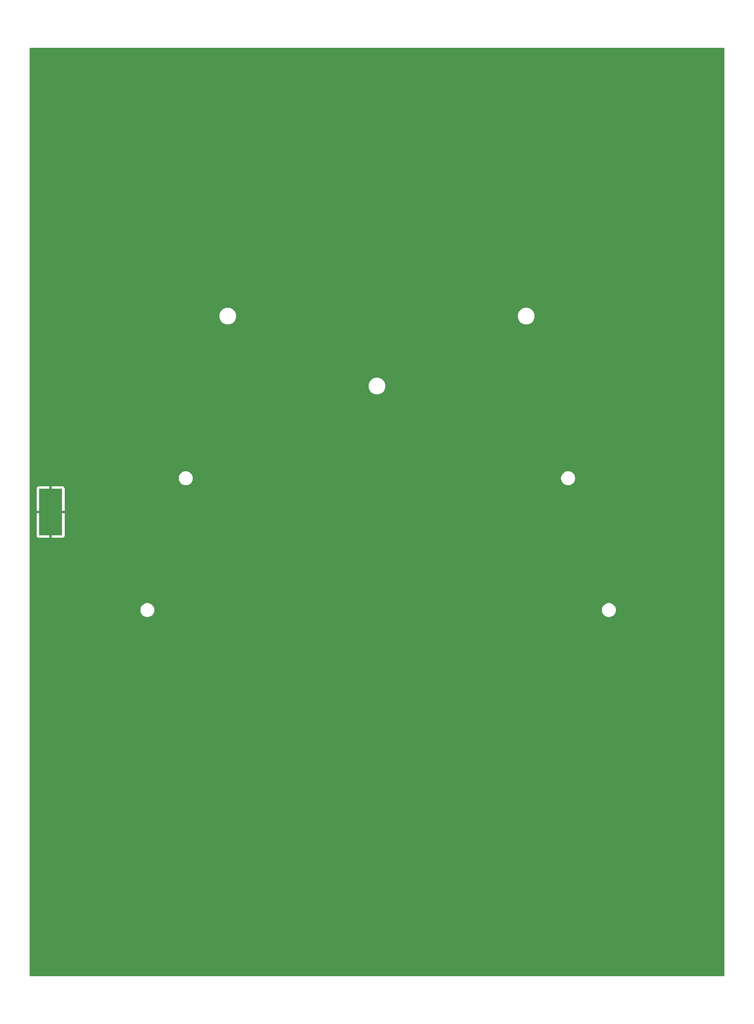
<source format=gbl>
%TF.GenerationSoftware,KiCad,Pcbnew,9.0.0*%
%TF.CreationDate,2025-03-15T21:35:03+01:00*%
%TF.ProjectId,DMH_Dual_VCF_Diode_Ladder_Mk2_PANEL,444d485f-4475-4616-9c5f-5643465f4469,rev?*%
%TF.SameCoordinates,Original*%
%TF.FileFunction,Copper,L2,Bot*%
%TF.FilePolarity,Positive*%
%FSLAX46Y46*%
G04 Gerber Fmt 4.6, Leading zero omitted, Abs format (unit mm)*
G04 Created by KiCad (PCBNEW 9.0.0) date 2025-03-15 21:35:03*
%MOMM*%
%LPD*%
G01*
G04 APERTURE LIST*
%TA.AperFunction,ComponentPad*%
%ADD10C,2.900000*%
%TD*%
%TA.AperFunction,ComponentPad*%
%ADD11C,13.000000*%
%TD*%
%TA.AperFunction,ComponentPad*%
%ADD12C,0.500000*%
%TD*%
%TA.AperFunction,ConnectorPad*%
%ADD13C,12.000000*%
%TD*%
%TA.AperFunction,ComponentPad*%
%ADD14C,4.000000*%
%TD*%
%TA.AperFunction,ComponentPad*%
%ADD15O,2.500000X1.500000*%
%TD*%
%TA.AperFunction,SMDPad,CuDef*%
%ADD16R,5.000000X10.000000*%
%TD*%
G04 APERTURE END LIST*
D10*
%TO.P,H34,1,1*%
%TO.N,GND*%
X122000000Y-133900000D03*
D11*
X122000000Y-140000000D03*
%TD*%
D12*
%TO.P,H15,1,1*%
%TO.N,GND*%
X144300000Y-190250000D03*
X145960000Y-186220000D03*
X145970000Y-194290000D03*
X150000000Y-184550000D03*
D13*
X150000000Y-190250000D03*
D12*
X150000000Y-195950000D03*
X154030000Y-194290000D03*
X154040000Y-186220000D03*
X155700000Y-190250000D03*
%TD*%
D10*
%TO.P,H33,1,1*%
%TO.N,GND*%
X100000000Y-202650000D03*
D11*
X100000000Y-208750000D03*
%TD*%
D14*
%TO.P,H3,1,1*%
%TO.N,GND*%
X28500000Y-226500000D03*
%TD*%
D13*
%TO.P,H22,1,1*%
%TO.N,GND*%
X159000000Y-134000000D03*
%TD*%
D12*
%TO.P,H25,1,1*%
%TO.N,GND*%
X144300000Y-208750000D03*
X145960000Y-204720000D03*
X145970000Y-212790000D03*
X150000000Y-203050000D03*
D13*
X150000000Y-208750000D03*
D12*
X150000000Y-214450000D03*
X154030000Y-212790000D03*
X154040000Y-204720000D03*
X155700000Y-208750000D03*
%TD*%
%TO.P,H16,1,1*%
%TO.N,GND*%
X160800000Y-190250000D03*
X162460000Y-186220000D03*
X162470000Y-194290000D03*
X166500000Y-184550000D03*
D13*
X166500000Y-190250000D03*
D12*
X166500000Y-195950000D03*
X170530000Y-194290000D03*
X170540000Y-186220000D03*
X172200000Y-190250000D03*
%TD*%
D14*
%TO.P,H39,1,1*%
%TO.N,GND*%
X128500000Y-226500000D03*
%TD*%
D10*
%TO.P,H23,1,1*%
%TO.N,GND*%
X117000000Y-184150000D03*
D11*
X117000000Y-190250000D03*
%TD*%
D12*
%TO.P,H5,1,1*%
%TO.N,GND*%
X27800000Y-190250000D03*
X29460000Y-186220000D03*
X29470000Y-194290000D03*
X33500000Y-184550000D03*
D13*
X33500000Y-190250000D03*
D12*
X33500000Y-195950000D03*
X37530000Y-194290000D03*
X37540000Y-186220000D03*
X39200000Y-190250000D03*
%TD*%
D13*
%TO.P,H17,1,1*%
%TO.N,GND*%
X38000000Y-166000000D03*
%TD*%
%TO.P,H10,1,1*%
%TO.N,GND*%
X45000000Y-99000000D03*
D15*
X45000000Y-105000000D03*
%TD*%
D13*
%TO.P,H12,1,1*%
%TO.N,GND*%
X41000000Y-134000000D03*
%TD*%
D10*
%TO.P,H44,1,1*%
%TO.N,GND*%
X100000000Y-184150000D03*
D11*
X100000000Y-190250000D03*
%TD*%
D13*
%TO.P,H32,1,1*%
%TO.N,GND*%
X112500000Y-166000000D03*
%TD*%
D12*
%TO.P,H50,1,1*%
%TO.N,GND*%
X127800000Y-208750000D03*
X129460000Y-204720000D03*
X129470000Y-212790000D03*
X133500000Y-203050000D03*
D13*
X133500000Y-208750000D03*
D12*
X133500000Y-214450000D03*
X137530000Y-212790000D03*
X137540000Y-204720000D03*
X139200000Y-208750000D03*
%TD*%
D13*
%TO.P,H11,1,1*%
%TO.N,GND*%
X80000000Y-111000000D03*
D15*
X80000000Y-117000000D03*
%TD*%
D10*
%TO.P,H20,1,1*%
%TO.N,GND*%
X78000000Y-133900000D03*
D11*
X78000000Y-140000000D03*
%TD*%
D10*
%TO.P,H24,1,1*%
%TO.N,GND*%
X136000000Y-133900000D03*
D11*
X136000000Y-140000000D03*
%TD*%
D12*
%TO.P,H29,1,1*%
%TO.N,GND*%
X111300000Y-208750000D03*
X112960000Y-204720000D03*
X112970000Y-212790000D03*
X117000000Y-203050000D03*
D13*
X117000000Y-208750000D03*
D12*
X117000000Y-214450000D03*
X121030000Y-212790000D03*
X121040000Y-204720000D03*
X122700000Y-208750000D03*
%TD*%
D13*
%TO.P,H13,1,1*%
%TO.N,GND*%
X87500000Y-166000000D03*
%TD*%
D14*
%TO.P,H36,1,1*%
%TO.N,GND*%
X71500000Y-33500000D03*
%TD*%
D12*
%TO.P,H6,1,1*%
%TO.N,GND*%
X44300000Y-190250000D03*
X45960000Y-186220000D03*
X45970000Y-194290000D03*
X50000000Y-184550000D03*
D13*
X50000000Y-190250000D03*
D12*
X50000000Y-195950000D03*
X54030000Y-194290000D03*
X54040000Y-186220000D03*
X55700000Y-190250000D03*
%TD*%
D14*
%TO.P,H37,1,1*%
%TO.N,GND*%
X71500000Y-226500000D03*
%TD*%
D12*
%TO.P,H30,1,1*%
%TO.N,GND*%
X160800000Y-208750000D03*
X162460000Y-204720000D03*
X162470000Y-212790000D03*
X166500000Y-203050000D03*
D13*
X166500000Y-208750000D03*
D12*
X166500000Y-214450000D03*
X170530000Y-212790000D03*
X170540000Y-204720000D03*
X172200000Y-208750000D03*
%TD*%
D13*
%TO.P,H27,1,1*%
%TO.N,GND*%
X151000000Y-61000000D03*
D15*
X151000000Y-67000000D03*
%TD*%
D14*
%TO.P,H38,1,1*%
%TO.N,GND*%
X128500000Y-33500000D03*
%TD*%
D13*
%TO.P,H9,1,1*%
%TO.N,GND*%
X49000000Y-61000000D03*
D15*
X49000000Y-67000000D03*
%TD*%
D12*
%TO.P,H8,1,1*%
%TO.N,GND*%
X27800000Y-208750000D03*
X29460000Y-204720000D03*
X29470000Y-212790000D03*
X33500000Y-203050000D03*
D13*
X33500000Y-208750000D03*
D12*
X33500000Y-214450000D03*
X37530000Y-212790000D03*
X37540000Y-204720000D03*
X39200000Y-208750000D03*
%TD*%
D13*
%TO.P,H31,1,1*%
%TO.N,GND*%
X120000000Y-111000000D03*
D15*
X120000000Y-117000000D03*
%TD*%
D12*
%TO.P,H18,1,1*%
%TO.N,GND*%
X44300000Y-208750000D03*
X45960000Y-204720000D03*
X45970000Y-212790000D03*
X50000000Y-203050000D03*
D13*
X50000000Y-208750000D03*
D12*
X50000000Y-214450000D03*
X54030000Y-212790000D03*
X54040000Y-204720000D03*
X55700000Y-208750000D03*
%TD*%
D10*
%TO.P,H19,1,1*%
%TO.N,GND*%
X83000000Y-184150000D03*
D11*
X83000000Y-190250000D03*
%TD*%
D13*
%TO.P,H21,1,1*%
%TO.N,GND*%
X155000000Y-99000000D03*
D15*
X155000000Y-105000000D03*
%TD*%
D14*
%TO.P,H2,1,1*%
%TO.N,GND*%
X171500000Y-33500000D03*
%TD*%
%TO.P,H4,1,1*%
%TO.N,GND*%
X171500000Y-226500000D03*
%TD*%
D13*
%TO.P,H28,1,1*%
%TO.N,GND*%
X162000000Y-166000000D03*
%TD*%
D12*
%TO.P,H7,1,1*%
%TO.N,GND*%
X77300000Y-208750000D03*
X78960000Y-204720000D03*
X78970000Y-212790000D03*
X83000000Y-203050000D03*
D13*
X83000000Y-208750000D03*
D12*
X83000000Y-214450000D03*
X87030000Y-212790000D03*
X87040000Y-204720000D03*
X88700000Y-208750000D03*
%TD*%
D13*
%TO.P,H43,1,1*%
%TO.N,GND*%
X100000000Y-70000000D03*
D15*
X100000000Y-76000000D03*
%TD*%
D14*
%TO.P,H1,1,1*%
%TO.N,GND*%
X28500000Y-33500000D03*
%TD*%
D13*
%TO.P,H46,1,1*%
%TO.N,GND*%
X137250000Y-166000000D03*
%TD*%
D12*
%TO.P,H48,1,1*%
%TO.N,GND*%
X60800000Y-208750000D03*
X62460000Y-204720000D03*
X62470000Y-212790000D03*
X66500000Y-203050000D03*
D13*
X66500000Y-208750000D03*
D12*
X66500000Y-214450000D03*
X70530000Y-212790000D03*
X70540000Y-204720000D03*
X72200000Y-208750000D03*
%TD*%
D13*
%TO.P,H45,1,1*%
%TO.N,GND*%
X62750000Y-166000000D03*
%TD*%
D10*
%TO.P,H14,1,1*%
%TO.N,GND*%
X64000000Y-133900000D03*
D11*
X64000000Y-140000000D03*
%TD*%
D10*
%TO.P,H26,1,1*%
%TO.N,GND*%
X92000000Y-133900000D03*
D11*
X92000000Y-140000000D03*
%TD*%
D12*
%TO.P,H47,1,1*%
%TO.N,GND*%
X60800000Y-190250000D03*
X62460000Y-186220000D03*
X62470000Y-194290000D03*
X66500000Y-184550000D03*
D13*
X66500000Y-190250000D03*
D12*
X66500000Y-195950000D03*
X70530000Y-194290000D03*
X70540000Y-186220000D03*
X72200000Y-190250000D03*
%TD*%
%TO.P,H49,1,1*%
%TO.N,GND*%
X127800000Y-190250000D03*
X129460000Y-186220000D03*
X129470000Y-194290000D03*
X133500000Y-184550000D03*
D13*
X133500000Y-190250000D03*
D12*
X133500000Y-195950000D03*
X137530000Y-194290000D03*
X137540000Y-186220000D03*
X139200000Y-190250000D03*
%TD*%
D10*
%TO.P,H35,1,1*%
%TO.N,GND*%
X108000000Y-133900000D03*
D11*
X108000000Y-140000000D03*
%TD*%
D16*
%TO.P,J0,1,Pin_1*%
%TO.N,GND*%
X30000000Y-130000000D03*
%TD*%
%TA.AperFunction,Conductor*%
%TO.N,GND*%
G36*
X174442539Y-30520185D02*
G01*
X174488294Y-30572989D01*
X174499500Y-30624500D01*
X174499500Y-229375500D01*
X174479815Y-229442539D01*
X174427011Y-229488294D01*
X174375500Y-229499500D01*
X25624500Y-229499500D01*
X25557461Y-229479815D01*
X25511706Y-229427011D01*
X25500500Y-229375500D01*
X25500500Y-208537814D01*
X28099500Y-208537814D01*
X28099500Y-208558097D01*
X28099500Y-208962186D01*
X28132796Y-209385250D01*
X28199182Y-209804398D01*
X28298250Y-210217045D01*
X28298254Y-210217056D01*
X28429385Y-210620641D01*
X28496000Y-210781463D01*
X28591789Y-211012716D01*
X28784450Y-211390835D01*
X28784457Y-211390848D01*
X28784460Y-211390853D01*
X28807375Y-211428246D01*
X29006184Y-211752672D01*
X29006192Y-211752683D01*
X29006198Y-211752692D01*
X29255617Y-212095989D01*
X29255627Y-212096003D01*
X29378919Y-212240358D01*
X29531231Y-212418692D01*
X29831308Y-212718769D01*
X29831314Y-212718774D01*
X30153996Y-212994372D01*
X30154010Y-212994382D01*
X30361749Y-213145313D01*
X30497328Y-213243816D01*
X30625685Y-213322473D01*
X30859146Y-213465539D01*
X30859151Y-213465542D01*
X30859156Y-213465544D01*
X30859165Y-213465550D01*
X31237284Y-213658211D01*
X31629353Y-213820612D01*
X31629358Y-213820614D01*
X31731979Y-213853957D01*
X32032955Y-213951750D01*
X32445602Y-214050818D01*
X32864750Y-214117204D01*
X33287814Y-214150500D01*
X33287822Y-214150500D01*
X33712178Y-214150500D01*
X33712186Y-214150500D01*
X34135250Y-214117204D01*
X34554398Y-214050818D01*
X34967045Y-213951750D01*
X35370647Y-213820612D01*
X35762716Y-213658211D01*
X36140835Y-213465550D01*
X36502672Y-213243816D01*
X36845997Y-212994377D01*
X37168692Y-212718769D01*
X37468769Y-212418692D01*
X37744377Y-212095997D01*
X37993816Y-211752672D01*
X38215550Y-211390835D01*
X38408211Y-211012716D01*
X38570612Y-210620647D01*
X38701750Y-210217045D01*
X38800818Y-209804398D01*
X38867204Y-209385250D01*
X38900500Y-208962186D01*
X38900500Y-208537814D01*
X44599500Y-208537814D01*
X44599500Y-208558097D01*
X44599500Y-208962186D01*
X44632796Y-209385250D01*
X44699182Y-209804398D01*
X44798250Y-210217045D01*
X44798254Y-210217056D01*
X44929385Y-210620641D01*
X44996000Y-210781463D01*
X45091789Y-211012716D01*
X45284450Y-211390835D01*
X45284457Y-211390848D01*
X45284460Y-211390853D01*
X45307375Y-211428246D01*
X45506184Y-211752672D01*
X45506192Y-211752683D01*
X45506198Y-211752692D01*
X45755617Y-212095989D01*
X45755627Y-212096003D01*
X45878919Y-212240358D01*
X46031231Y-212418692D01*
X46331308Y-212718769D01*
X46331314Y-212718774D01*
X46653996Y-212994372D01*
X46654010Y-212994382D01*
X46861749Y-213145313D01*
X46997328Y-213243816D01*
X47125685Y-213322473D01*
X47359146Y-213465539D01*
X47359151Y-213465542D01*
X47359156Y-213465544D01*
X47359165Y-213465550D01*
X47737284Y-213658211D01*
X48129353Y-213820612D01*
X48129358Y-213820614D01*
X48231979Y-213853957D01*
X48532955Y-213951750D01*
X48945602Y-214050818D01*
X49364750Y-214117204D01*
X49787814Y-214150500D01*
X49787822Y-214150500D01*
X50212178Y-214150500D01*
X50212186Y-214150500D01*
X50635250Y-214117204D01*
X51054398Y-214050818D01*
X51467045Y-213951750D01*
X51870647Y-213820612D01*
X52262716Y-213658211D01*
X52640835Y-213465550D01*
X53002672Y-213243816D01*
X53345997Y-212994377D01*
X53668692Y-212718769D01*
X53968769Y-212418692D01*
X54244377Y-212095997D01*
X54493816Y-211752672D01*
X54715550Y-211390835D01*
X54908211Y-211012716D01*
X55070612Y-210620647D01*
X55201750Y-210217045D01*
X55300818Y-209804398D01*
X55367204Y-209385250D01*
X55400500Y-208962186D01*
X55400500Y-208537814D01*
X61099500Y-208537814D01*
X61099500Y-208558097D01*
X61099500Y-208962186D01*
X61132796Y-209385250D01*
X61199182Y-209804398D01*
X61298250Y-210217045D01*
X61298254Y-210217056D01*
X61429385Y-210620641D01*
X61496000Y-210781463D01*
X61591789Y-211012716D01*
X61784450Y-211390835D01*
X61784457Y-211390848D01*
X61784460Y-211390853D01*
X61807375Y-211428246D01*
X62006184Y-211752672D01*
X62006192Y-211752683D01*
X62006198Y-211752692D01*
X62255617Y-212095989D01*
X62255627Y-212096003D01*
X62378919Y-212240358D01*
X62531231Y-212418692D01*
X62831308Y-212718769D01*
X62831314Y-212718774D01*
X63153996Y-212994372D01*
X63154010Y-212994382D01*
X63361749Y-213145313D01*
X63497328Y-213243816D01*
X63625685Y-213322473D01*
X63859146Y-213465539D01*
X63859151Y-213465542D01*
X63859156Y-213465544D01*
X63859165Y-213465550D01*
X64237284Y-213658211D01*
X64629353Y-213820612D01*
X64629358Y-213820614D01*
X64731979Y-213853957D01*
X65032955Y-213951750D01*
X65445602Y-214050818D01*
X65864750Y-214117204D01*
X66287814Y-214150500D01*
X66287822Y-214150500D01*
X66712178Y-214150500D01*
X66712186Y-214150500D01*
X67135250Y-214117204D01*
X67554398Y-214050818D01*
X67967045Y-213951750D01*
X68370647Y-213820612D01*
X68762716Y-213658211D01*
X69140835Y-213465550D01*
X69502672Y-213243816D01*
X69845997Y-212994377D01*
X70168692Y-212718769D01*
X70468769Y-212418692D01*
X70744377Y-212095997D01*
X70993816Y-211752672D01*
X71215550Y-211390835D01*
X71408211Y-211012716D01*
X71570612Y-210620647D01*
X71701750Y-210217045D01*
X71800818Y-209804398D01*
X71867204Y-209385250D01*
X71900500Y-208962186D01*
X71900500Y-208537814D01*
X77599500Y-208537814D01*
X77599500Y-208558097D01*
X77599500Y-208962186D01*
X77632796Y-209385250D01*
X77699182Y-209804398D01*
X77798250Y-210217045D01*
X77798254Y-210217056D01*
X77929385Y-210620641D01*
X77996000Y-210781463D01*
X78091789Y-211012716D01*
X78284450Y-211390835D01*
X78284457Y-211390848D01*
X78284460Y-211390853D01*
X78307375Y-211428246D01*
X78506184Y-211752672D01*
X78506192Y-211752683D01*
X78506198Y-211752692D01*
X78755617Y-212095989D01*
X78755627Y-212096003D01*
X78878919Y-212240358D01*
X79031231Y-212418692D01*
X79331308Y-212718769D01*
X79331314Y-212718774D01*
X79653996Y-212994372D01*
X79654010Y-212994382D01*
X79861749Y-213145313D01*
X79997328Y-213243816D01*
X80125685Y-213322473D01*
X80359146Y-213465539D01*
X80359151Y-213465542D01*
X80359156Y-213465544D01*
X80359165Y-213465550D01*
X80737284Y-213658211D01*
X81129353Y-213820612D01*
X81129358Y-213820614D01*
X81231979Y-213853957D01*
X81532955Y-213951750D01*
X81945602Y-214050818D01*
X82364750Y-214117204D01*
X82787814Y-214150500D01*
X82787822Y-214150500D01*
X83212178Y-214150500D01*
X83212186Y-214150500D01*
X83635250Y-214117204D01*
X84054398Y-214050818D01*
X84467045Y-213951750D01*
X84870647Y-213820612D01*
X85262716Y-213658211D01*
X85640835Y-213465550D01*
X86002672Y-213243816D01*
X86345997Y-212994377D01*
X86668692Y-212718769D01*
X86968769Y-212418692D01*
X87244377Y-212095997D01*
X87493816Y-211752672D01*
X87715550Y-211390835D01*
X87908211Y-211012716D01*
X88070612Y-210620647D01*
X88201750Y-210217045D01*
X88300818Y-209804398D01*
X88367204Y-209385250D01*
X88400500Y-208962186D01*
X88400500Y-208537814D01*
X111599500Y-208537814D01*
X111599500Y-208558097D01*
X111599500Y-208962186D01*
X111632796Y-209385250D01*
X111699182Y-209804398D01*
X111798250Y-210217045D01*
X111798254Y-210217056D01*
X111929385Y-210620641D01*
X111996000Y-210781463D01*
X112091789Y-211012716D01*
X112284450Y-211390835D01*
X112284457Y-211390848D01*
X112284460Y-211390853D01*
X112307375Y-211428246D01*
X112506184Y-211752672D01*
X112506192Y-211752683D01*
X112506198Y-211752692D01*
X112755617Y-212095989D01*
X112755627Y-212096003D01*
X112878919Y-212240358D01*
X113031231Y-212418692D01*
X113331308Y-212718769D01*
X113331314Y-212718774D01*
X113653996Y-212994372D01*
X113654010Y-212994382D01*
X113861749Y-213145313D01*
X113997328Y-213243816D01*
X114125685Y-213322473D01*
X114359146Y-213465539D01*
X114359151Y-213465542D01*
X114359156Y-213465544D01*
X114359165Y-213465550D01*
X114737284Y-213658211D01*
X115129353Y-213820612D01*
X115129358Y-213820614D01*
X115231979Y-213853957D01*
X115532955Y-213951750D01*
X115945602Y-214050818D01*
X116364750Y-214117204D01*
X116787814Y-214150500D01*
X116787822Y-214150500D01*
X117212178Y-214150500D01*
X117212186Y-214150500D01*
X117635250Y-214117204D01*
X118054398Y-214050818D01*
X118467045Y-213951750D01*
X118870647Y-213820612D01*
X119262716Y-213658211D01*
X119640835Y-213465550D01*
X120002672Y-213243816D01*
X120345997Y-212994377D01*
X120668692Y-212718769D01*
X120968769Y-212418692D01*
X121244377Y-212095997D01*
X121493816Y-211752672D01*
X121715550Y-211390835D01*
X121908211Y-211012716D01*
X122070612Y-210620647D01*
X122201750Y-210217045D01*
X122300818Y-209804398D01*
X122367204Y-209385250D01*
X122400500Y-208962186D01*
X122400500Y-208537814D01*
X128099500Y-208537814D01*
X128099500Y-208558097D01*
X128099500Y-208962186D01*
X128132796Y-209385250D01*
X128199182Y-209804398D01*
X128298250Y-210217045D01*
X128298254Y-210217056D01*
X128429385Y-210620641D01*
X128496000Y-210781463D01*
X128591789Y-211012716D01*
X128784450Y-211390835D01*
X128784457Y-211390848D01*
X128784460Y-211390853D01*
X128807375Y-211428246D01*
X129006184Y-211752672D01*
X129006192Y-211752683D01*
X129006198Y-211752692D01*
X129255617Y-212095989D01*
X129255627Y-212096003D01*
X129378919Y-212240358D01*
X129531231Y-212418692D01*
X129831308Y-212718769D01*
X129831314Y-212718774D01*
X130153996Y-212994372D01*
X130154010Y-212994382D01*
X130361749Y-213145313D01*
X130497328Y-213243816D01*
X130625685Y-213322473D01*
X130859146Y-213465539D01*
X130859151Y-213465542D01*
X130859156Y-213465544D01*
X130859165Y-213465550D01*
X131237284Y-213658211D01*
X131629353Y-213820612D01*
X131629358Y-213820614D01*
X131731979Y-213853957D01*
X132032955Y-213951750D01*
X132445602Y-214050818D01*
X132864750Y-214117204D01*
X133287814Y-214150500D01*
X133287822Y-214150500D01*
X133712178Y-214150500D01*
X133712186Y-214150500D01*
X134135250Y-214117204D01*
X134554398Y-214050818D01*
X134967045Y-213951750D01*
X135370647Y-213820612D01*
X135762716Y-213658211D01*
X136140835Y-213465550D01*
X136502672Y-213243816D01*
X136845997Y-212994377D01*
X137168692Y-212718769D01*
X137468769Y-212418692D01*
X137744377Y-212095997D01*
X137993816Y-211752672D01*
X138215550Y-211390835D01*
X138408211Y-211012716D01*
X138570612Y-210620647D01*
X138701750Y-210217045D01*
X138800818Y-209804398D01*
X138867204Y-209385250D01*
X138900500Y-208962186D01*
X138900500Y-208537814D01*
X144599500Y-208537814D01*
X144599500Y-208558097D01*
X144599500Y-208962186D01*
X144632796Y-209385250D01*
X144699182Y-209804398D01*
X144798250Y-210217045D01*
X144798254Y-210217056D01*
X144929385Y-210620641D01*
X144996000Y-210781463D01*
X145091789Y-211012716D01*
X145284450Y-211390835D01*
X145284457Y-211390848D01*
X145284460Y-211390853D01*
X145307375Y-211428246D01*
X145506184Y-211752672D01*
X145506192Y-211752683D01*
X145506198Y-211752692D01*
X145755617Y-212095989D01*
X145755627Y-212096003D01*
X145878919Y-212240358D01*
X146031231Y-212418692D01*
X146331308Y-212718769D01*
X146331314Y-212718774D01*
X146653996Y-212994372D01*
X146654010Y-212994382D01*
X146861749Y-213145313D01*
X146997328Y-213243816D01*
X147125685Y-213322473D01*
X147359146Y-213465539D01*
X147359151Y-213465542D01*
X147359156Y-213465544D01*
X147359165Y-213465550D01*
X147737284Y-213658211D01*
X148129353Y-213820612D01*
X148129358Y-213820614D01*
X148231979Y-213853957D01*
X148532955Y-213951750D01*
X148945602Y-214050818D01*
X149364750Y-214117204D01*
X149787814Y-214150500D01*
X149787822Y-214150500D01*
X150212178Y-214150500D01*
X150212186Y-214150500D01*
X150635250Y-214117204D01*
X151054398Y-214050818D01*
X151467045Y-213951750D01*
X151870647Y-213820612D01*
X152262716Y-213658211D01*
X152640835Y-213465550D01*
X153002672Y-213243816D01*
X153345997Y-212994377D01*
X153668692Y-212718769D01*
X153968769Y-212418692D01*
X154244377Y-212095997D01*
X154493816Y-211752672D01*
X154715550Y-211390835D01*
X154908211Y-211012716D01*
X155070612Y-210620647D01*
X155201750Y-210217045D01*
X155300818Y-209804398D01*
X155367204Y-209385250D01*
X155400500Y-208962186D01*
X155400500Y-208537814D01*
X161099500Y-208537814D01*
X161099500Y-208558097D01*
X161099500Y-208962186D01*
X161132796Y-209385250D01*
X161199182Y-209804398D01*
X161298250Y-210217045D01*
X161298254Y-210217056D01*
X161429385Y-210620641D01*
X161496000Y-210781463D01*
X161591789Y-211012716D01*
X161784450Y-211390835D01*
X161784457Y-211390848D01*
X161784460Y-211390853D01*
X161807375Y-211428246D01*
X162006184Y-211752672D01*
X162006192Y-211752683D01*
X162006198Y-211752692D01*
X162255617Y-212095989D01*
X162255627Y-212096003D01*
X162378919Y-212240358D01*
X162531231Y-212418692D01*
X162831308Y-212718769D01*
X162831314Y-212718774D01*
X163153996Y-212994372D01*
X163154010Y-212994382D01*
X163361749Y-213145313D01*
X163497328Y-213243816D01*
X163625685Y-213322473D01*
X163859146Y-213465539D01*
X163859151Y-213465542D01*
X163859156Y-213465544D01*
X163859165Y-213465550D01*
X164237284Y-213658211D01*
X164629353Y-213820612D01*
X164629358Y-213820614D01*
X164731979Y-213853957D01*
X165032955Y-213951750D01*
X165445602Y-214050818D01*
X165864750Y-214117204D01*
X166287814Y-214150500D01*
X166287822Y-214150500D01*
X166712178Y-214150500D01*
X166712186Y-214150500D01*
X167135250Y-214117204D01*
X167554398Y-214050818D01*
X167967045Y-213951750D01*
X168370647Y-213820612D01*
X168762716Y-213658211D01*
X169140835Y-213465550D01*
X169502672Y-213243816D01*
X169845997Y-212994377D01*
X170168692Y-212718769D01*
X170468769Y-212418692D01*
X170744377Y-212095997D01*
X170993816Y-211752672D01*
X171215550Y-211390835D01*
X171408211Y-211012716D01*
X171570612Y-210620647D01*
X171701750Y-210217045D01*
X171800818Y-209804398D01*
X171867204Y-209385250D01*
X171900500Y-208962186D01*
X171900500Y-208537814D01*
X171867204Y-208114750D01*
X171800818Y-207695602D01*
X171701750Y-207282955D01*
X171570612Y-206879353D01*
X171408211Y-206487284D01*
X171215550Y-206109165D01*
X171215544Y-206109156D01*
X171215542Y-206109151D01*
X171215539Y-206109146D01*
X170993823Y-205747340D01*
X170993816Y-205747328D01*
X170744377Y-205404003D01*
X170744372Y-205403996D01*
X170468774Y-205081314D01*
X170468769Y-205081308D01*
X170168692Y-204781231D01*
X170168685Y-204781225D01*
X169846003Y-204505627D01*
X169845989Y-204505617D01*
X169502692Y-204256198D01*
X169502683Y-204256192D01*
X169502672Y-204256184D01*
X169502659Y-204256176D01*
X169140853Y-204034460D01*
X169140848Y-204034457D01*
X169140838Y-204034452D01*
X169140835Y-204034450D01*
X168762716Y-203841789D01*
X168762702Y-203841783D01*
X168370641Y-203679385D01*
X168083478Y-203586081D01*
X167967045Y-203548250D01*
X167554398Y-203449182D01*
X167135250Y-203382796D01*
X166712191Y-203349500D01*
X166712186Y-203349500D01*
X166287814Y-203349500D01*
X166287808Y-203349500D01*
X165864749Y-203382796D01*
X165864748Y-203382796D01*
X165445607Y-203449181D01*
X165445604Y-203449181D01*
X165445602Y-203449182D01*
X165297817Y-203484661D01*
X165032966Y-203548247D01*
X165032960Y-203548248D01*
X165032955Y-203548250D01*
X165032943Y-203548254D01*
X164629358Y-203679385D01*
X164237297Y-203841783D01*
X164237284Y-203841789D01*
X163859151Y-204034457D01*
X163859146Y-204034460D01*
X163497340Y-204256176D01*
X163497307Y-204256198D01*
X163154010Y-204505617D01*
X163153996Y-204505627D01*
X162831314Y-204781225D01*
X162831300Y-204781238D01*
X162531238Y-205081300D01*
X162531225Y-205081314D01*
X162255627Y-205403996D01*
X162255617Y-205404010D01*
X162006198Y-205747307D01*
X162006176Y-205747340D01*
X161784460Y-206109146D01*
X161784457Y-206109151D01*
X161591789Y-206487284D01*
X161591783Y-206487297D01*
X161429385Y-206879358D01*
X161298254Y-207282943D01*
X161298247Y-207282966D01*
X161199181Y-207695607D01*
X161183000Y-207797774D01*
X161132796Y-208114750D01*
X161099500Y-208537814D01*
X155400500Y-208537814D01*
X155367204Y-208114750D01*
X155300818Y-207695602D01*
X155201750Y-207282955D01*
X155070612Y-206879353D01*
X154908211Y-206487284D01*
X154715550Y-206109165D01*
X154715544Y-206109156D01*
X154715542Y-206109151D01*
X154715539Y-206109146D01*
X154493823Y-205747340D01*
X154493816Y-205747328D01*
X154244377Y-205404003D01*
X154244372Y-205403996D01*
X153968774Y-205081314D01*
X153968769Y-205081308D01*
X153668692Y-204781231D01*
X153668685Y-204781225D01*
X153346003Y-204505627D01*
X153345989Y-204505617D01*
X153002692Y-204256198D01*
X153002683Y-204256192D01*
X153002672Y-204256184D01*
X153002659Y-204256176D01*
X152640853Y-204034460D01*
X152640848Y-204034457D01*
X152640838Y-204034452D01*
X152640835Y-204034450D01*
X152262716Y-203841789D01*
X152262702Y-203841783D01*
X151870641Y-203679385D01*
X151583478Y-203586081D01*
X151467045Y-203548250D01*
X151054398Y-203449182D01*
X150635250Y-203382796D01*
X150212191Y-203349500D01*
X150212186Y-203349500D01*
X149787814Y-203349500D01*
X149787808Y-203349500D01*
X149364749Y-203382796D01*
X149364748Y-203382796D01*
X148945607Y-203449181D01*
X148945604Y-203449181D01*
X148945602Y-203449182D01*
X148797817Y-203484661D01*
X148532966Y-203548247D01*
X148532960Y-203548248D01*
X148532955Y-203548250D01*
X148532943Y-203548254D01*
X148129358Y-203679385D01*
X147737297Y-203841783D01*
X147737284Y-203841789D01*
X147359151Y-204034457D01*
X147359146Y-204034460D01*
X146997340Y-204256176D01*
X146997307Y-204256198D01*
X146654010Y-204505617D01*
X146653996Y-204505627D01*
X146331314Y-204781225D01*
X146331300Y-204781238D01*
X146031238Y-205081300D01*
X146031225Y-205081314D01*
X145755627Y-205403996D01*
X145755617Y-205404010D01*
X145506198Y-205747307D01*
X145506176Y-205747340D01*
X145284460Y-206109146D01*
X145284457Y-206109151D01*
X145091789Y-206487284D01*
X145091783Y-206487297D01*
X144929385Y-206879358D01*
X144798254Y-207282943D01*
X144798247Y-207282966D01*
X144699181Y-207695607D01*
X144683000Y-207797774D01*
X144632796Y-208114750D01*
X144599500Y-208537814D01*
X138900500Y-208537814D01*
X138867204Y-208114750D01*
X138800818Y-207695602D01*
X138701750Y-207282955D01*
X138570612Y-206879353D01*
X138408211Y-206487284D01*
X138215550Y-206109165D01*
X138215544Y-206109156D01*
X138215542Y-206109151D01*
X138215539Y-206109146D01*
X137993823Y-205747340D01*
X137993816Y-205747328D01*
X137744377Y-205404003D01*
X137744372Y-205403996D01*
X137468774Y-205081314D01*
X137468769Y-205081308D01*
X137168692Y-204781231D01*
X137168685Y-204781225D01*
X136846003Y-204505627D01*
X136845989Y-204505617D01*
X136502692Y-204256198D01*
X136502683Y-204256192D01*
X136502672Y-204256184D01*
X136502659Y-204256176D01*
X136140853Y-204034460D01*
X136140848Y-204034457D01*
X136140838Y-204034452D01*
X136140835Y-204034450D01*
X135762716Y-203841789D01*
X135762702Y-203841783D01*
X135370641Y-203679385D01*
X135083478Y-203586081D01*
X134967045Y-203548250D01*
X134554398Y-203449182D01*
X134135250Y-203382796D01*
X133712191Y-203349500D01*
X133712186Y-203349500D01*
X133287814Y-203349500D01*
X133287808Y-203349500D01*
X132864749Y-203382796D01*
X132864748Y-203382796D01*
X132445607Y-203449181D01*
X132445604Y-203449181D01*
X132445602Y-203449182D01*
X132297817Y-203484661D01*
X132032966Y-203548247D01*
X132032960Y-203548248D01*
X132032955Y-203548250D01*
X132032943Y-203548254D01*
X131629358Y-203679385D01*
X131237297Y-203841783D01*
X131237284Y-203841789D01*
X130859151Y-204034457D01*
X130859146Y-204034460D01*
X130497340Y-204256176D01*
X130497307Y-204256198D01*
X130154010Y-204505617D01*
X130153996Y-204505627D01*
X129831314Y-204781225D01*
X129831300Y-204781238D01*
X129531238Y-205081300D01*
X129531225Y-205081314D01*
X129255627Y-205403996D01*
X129255617Y-205404010D01*
X129006198Y-205747307D01*
X129006176Y-205747340D01*
X128784460Y-206109146D01*
X128784457Y-206109151D01*
X128591789Y-206487284D01*
X128591783Y-206487297D01*
X128429385Y-206879358D01*
X128298254Y-207282943D01*
X128298247Y-207282966D01*
X128199181Y-207695607D01*
X128183000Y-207797774D01*
X128132796Y-208114750D01*
X128099500Y-208537814D01*
X122400500Y-208537814D01*
X122367204Y-208114750D01*
X122300818Y-207695602D01*
X122201750Y-207282955D01*
X122070612Y-206879353D01*
X121908211Y-206487284D01*
X121715550Y-206109165D01*
X121715544Y-206109156D01*
X121715542Y-206109151D01*
X121715539Y-206109146D01*
X121493823Y-205747340D01*
X121493816Y-205747328D01*
X121244377Y-205404003D01*
X121244372Y-205403996D01*
X120968774Y-205081314D01*
X120968769Y-205081308D01*
X120668692Y-204781231D01*
X120668685Y-204781225D01*
X120346003Y-204505627D01*
X120345989Y-204505617D01*
X120002692Y-204256198D01*
X120002683Y-204256192D01*
X120002672Y-204256184D01*
X120002659Y-204256176D01*
X119640853Y-204034460D01*
X119640848Y-204034457D01*
X119640838Y-204034452D01*
X119640835Y-204034450D01*
X119262716Y-203841789D01*
X119262702Y-203841783D01*
X118870641Y-203679385D01*
X118583478Y-203586081D01*
X118467045Y-203548250D01*
X118054398Y-203449182D01*
X117635250Y-203382796D01*
X117212191Y-203349500D01*
X117212186Y-203349500D01*
X116787814Y-203349500D01*
X116787808Y-203349500D01*
X116364749Y-203382796D01*
X116364748Y-203382796D01*
X115945607Y-203449181D01*
X115945604Y-203449181D01*
X115945602Y-203449182D01*
X115797817Y-203484661D01*
X115532966Y-203548247D01*
X115532960Y-203548248D01*
X115532955Y-203548250D01*
X115532943Y-203548254D01*
X115129358Y-203679385D01*
X114737297Y-203841783D01*
X114737284Y-203841789D01*
X114359151Y-204034457D01*
X114359146Y-204034460D01*
X113997340Y-204256176D01*
X113997307Y-204256198D01*
X113654010Y-204505617D01*
X113653996Y-204505627D01*
X113331314Y-204781225D01*
X113331300Y-204781238D01*
X113031238Y-205081300D01*
X113031225Y-205081314D01*
X112755627Y-205403996D01*
X112755617Y-205404010D01*
X112506198Y-205747307D01*
X112506176Y-205747340D01*
X112284460Y-206109146D01*
X112284457Y-206109151D01*
X112091789Y-206487284D01*
X112091783Y-206487297D01*
X111929385Y-206879358D01*
X111798254Y-207282943D01*
X111798247Y-207282966D01*
X111699181Y-207695607D01*
X111683000Y-207797774D01*
X111632796Y-208114750D01*
X111599500Y-208537814D01*
X88400500Y-208537814D01*
X88367204Y-208114750D01*
X88300818Y-207695602D01*
X88201750Y-207282955D01*
X88070612Y-206879353D01*
X87908211Y-206487284D01*
X87715550Y-206109165D01*
X87715544Y-206109156D01*
X87715542Y-206109151D01*
X87715539Y-206109146D01*
X87493823Y-205747340D01*
X87493816Y-205747328D01*
X87244377Y-205404003D01*
X87244372Y-205403996D01*
X86968774Y-205081314D01*
X86968769Y-205081308D01*
X86668692Y-204781231D01*
X86668685Y-204781225D01*
X86346003Y-204505627D01*
X86345989Y-204505617D01*
X86002692Y-204256198D01*
X86002683Y-204256192D01*
X86002672Y-204256184D01*
X86002659Y-204256176D01*
X85640853Y-204034460D01*
X85640848Y-204034457D01*
X85640838Y-204034452D01*
X85640835Y-204034450D01*
X85262716Y-203841789D01*
X85262702Y-203841783D01*
X84870641Y-203679385D01*
X84583478Y-203586081D01*
X84467045Y-203548250D01*
X84054398Y-203449182D01*
X83635250Y-203382796D01*
X83212191Y-203349500D01*
X83212186Y-203349500D01*
X82787814Y-203349500D01*
X82787808Y-203349500D01*
X82364749Y-203382796D01*
X82364748Y-203382796D01*
X81945607Y-203449181D01*
X81945604Y-203449181D01*
X81945602Y-203449182D01*
X81797817Y-203484661D01*
X81532966Y-203548247D01*
X81532960Y-203548248D01*
X81532955Y-203548250D01*
X81532943Y-203548254D01*
X81129358Y-203679385D01*
X80737297Y-203841783D01*
X80737284Y-203841789D01*
X80359151Y-204034457D01*
X80359146Y-204034460D01*
X79997340Y-204256176D01*
X79997307Y-204256198D01*
X79654010Y-204505617D01*
X79653996Y-204505627D01*
X79331314Y-204781225D01*
X79331300Y-204781238D01*
X79031238Y-205081300D01*
X79031225Y-205081314D01*
X78755627Y-205403996D01*
X78755617Y-205404010D01*
X78506198Y-205747307D01*
X78506176Y-205747340D01*
X78284460Y-206109146D01*
X78284457Y-206109151D01*
X78091789Y-206487284D01*
X78091783Y-206487297D01*
X77929385Y-206879358D01*
X77798254Y-207282943D01*
X77798247Y-207282966D01*
X77699181Y-207695607D01*
X77683000Y-207797774D01*
X77632796Y-208114750D01*
X77599500Y-208537814D01*
X71900500Y-208537814D01*
X71867204Y-208114750D01*
X71800818Y-207695602D01*
X71701750Y-207282955D01*
X71570612Y-206879353D01*
X71408211Y-206487284D01*
X71215550Y-206109165D01*
X71215544Y-206109156D01*
X71215542Y-206109151D01*
X71215539Y-206109146D01*
X70993823Y-205747340D01*
X70993816Y-205747328D01*
X70744377Y-205404003D01*
X70744372Y-205403996D01*
X70468774Y-205081314D01*
X70468769Y-205081308D01*
X70168692Y-204781231D01*
X70168685Y-204781225D01*
X69846003Y-204505627D01*
X69845989Y-204505617D01*
X69502692Y-204256198D01*
X69502683Y-204256192D01*
X69502672Y-204256184D01*
X69502659Y-204256176D01*
X69140853Y-204034460D01*
X69140848Y-204034457D01*
X69140838Y-204034452D01*
X69140835Y-204034450D01*
X68762716Y-203841789D01*
X68762702Y-203841783D01*
X68370641Y-203679385D01*
X68083478Y-203586081D01*
X67967045Y-203548250D01*
X67554398Y-203449182D01*
X67135250Y-203382796D01*
X66712191Y-203349500D01*
X66712186Y-203349500D01*
X66287814Y-203349500D01*
X66287808Y-203349500D01*
X65864749Y-203382796D01*
X65864748Y-203382796D01*
X65445607Y-203449181D01*
X65445604Y-203449181D01*
X65445602Y-203449182D01*
X65297817Y-203484661D01*
X65032966Y-203548247D01*
X65032960Y-203548248D01*
X65032955Y-203548250D01*
X65032943Y-203548254D01*
X64629358Y-203679385D01*
X64237297Y-203841783D01*
X64237284Y-203841789D01*
X63859151Y-204034457D01*
X63859146Y-204034460D01*
X63497340Y-204256176D01*
X63497307Y-204256198D01*
X63154010Y-204505617D01*
X63153996Y-204505627D01*
X62831314Y-204781225D01*
X62831300Y-204781238D01*
X62531238Y-205081300D01*
X62531225Y-205081314D01*
X62255627Y-205403996D01*
X62255617Y-205404010D01*
X62006198Y-205747307D01*
X62006176Y-205747340D01*
X61784460Y-206109146D01*
X61784457Y-206109151D01*
X61591789Y-206487284D01*
X61591783Y-206487297D01*
X61429385Y-206879358D01*
X61298254Y-207282943D01*
X61298247Y-207282966D01*
X61199181Y-207695607D01*
X61183000Y-207797774D01*
X61132796Y-208114750D01*
X61099500Y-208537814D01*
X55400500Y-208537814D01*
X55367204Y-208114750D01*
X55300818Y-207695602D01*
X55201750Y-207282955D01*
X55070612Y-206879353D01*
X54908211Y-206487284D01*
X54715550Y-206109165D01*
X54715544Y-206109156D01*
X54715542Y-206109151D01*
X54715539Y-206109146D01*
X54493823Y-205747340D01*
X54493816Y-205747328D01*
X54244377Y-205404003D01*
X54244372Y-205403996D01*
X53968774Y-205081314D01*
X53968769Y-205081308D01*
X53668692Y-204781231D01*
X53668685Y-204781225D01*
X53346003Y-204505627D01*
X53345989Y-204505617D01*
X53002692Y-204256198D01*
X53002683Y-204256192D01*
X53002672Y-204256184D01*
X53002659Y-204256176D01*
X52640853Y-204034460D01*
X52640848Y-204034457D01*
X52640838Y-204034452D01*
X52640835Y-204034450D01*
X52262716Y-203841789D01*
X52262702Y-203841783D01*
X51870641Y-203679385D01*
X51583478Y-203586081D01*
X51467045Y-203548250D01*
X51054398Y-203449182D01*
X50635250Y-203382796D01*
X50212191Y-203349500D01*
X50212186Y-203349500D01*
X49787814Y-203349500D01*
X49787808Y-203349500D01*
X49364749Y-203382796D01*
X49364748Y-203382796D01*
X48945607Y-203449181D01*
X48945604Y-203449181D01*
X48945602Y-203449182D01*
X48797817Y-203484661D01*
X48532966Y-203548247D01*
X48532960Y-203548248D01*
X48532955Y-203548250D01*
X48532943Y-203548254D01*
X48129358Y-203679385D01*
X47737297Y-203841783D01*
X47737284Y-203841789D01*
X47359151Y-204034457D01*
X47359146Y-204034460D01*
X46997340Y-204256176D01*
X46997307Y-204256198D01*
X46654010Y-204505617D01*
X46653996Y-204505627D01*
X46331314Y-204781225D01*
X46331300Y-204781238D01*
X46031238Y-205081300D01*
X46031225Y-205081314D01*
X45755627Y-205403996D01*
X45755617Y-205404010D01*
X45506198Y-205747307D01*
X45506176Y-205747340D01*
X45284460Y-206109146D01*
X45284457Y-206109151D01*
X45091789Y-206487284D01*
X45091783Y-206487297D01*
X44929385Y-206879358D01*
X44798254Y-207282943D01*
X44798247Y-207282966D01*
X44699181Y-207695607D01*
X44683000Y-207797774D01*
X44632796Y-208114750D01*
X44599500Y-208537814D01*
X38900500Y-208537814D01*
X38867204Y-208114750D01*
X38800818Y-207695602D01*
X38701750Y-207282955D01*
X38570612Y-206879353D01*
X38408211Y-206487284D01*
X38215550Y-206109165D01*
X38215544Y-206109156D01*
X38215542Y-206109151D01*
X38215539Y-206109146D01*
X37993823Y-205747340D01*
X37993816Y-205747328D01*
X37744377Y-205404003D01*
X37744372Y-205403996D01*
X37468774Y-205081314D01*
X37468769Y-205081308D01*
X37168692Y-204781231D01*
X37168685Y-204781225D01*
X36846003Y-204505627D01*
X36845989Y-204505617D01*
X36502692Y-204256198D01*
X36502683Y-204256192D01*
X36502672Y-204256184D01*
X36502659Y-204256176D01*
X36140853Y-204034460D01*
X36140848Y-204034457D01*
X36140838Y-204034452D01*
X36140835Y-204034450D01*
X35762716Y-203841789D01*
X35762702Y-203841783D01*
X35370641Y-203679385D01*
X35083478Y-203586081D01*
X34967045Y-203548250D01*
X34554398Y-203449182D01*
X34135250Y-203382796D01*
X33712191Y-203349500D01*
X33712186Y-203349500D01*
X33287814Y-203349500D01*
X33287808Y-203349500D01*
X32864749Y-203382796D01*
X32864748Y-203382796D01*
X32445607Y-203449181D01*
X32445604Y-203449181D01*
X32445602Y-203449182D01*
X32297817Y-203484661D01*
X32032966Y-203548247D01*
X32032960Y-203548248D01*
X32032955Y-203548250D01*
X32032943Y-203548254D01*
X31629358Y-203679385D01*
X31237297Y-203841783D01*
X31237284Y-203841789D01*
X30859151Y-204034457D01*
X30859146Y-204034460D01*
X30497340Y-204256176D01*
X30497307Y-204256198D01*
X30154010Y-204505617D01*
X30153996Y-204505627D01*
X29831314Y-204781225D01*
X29831300Y-204781238D01*
X29531238Y-205081300D01*
X29531225Y-205081314D01*
X29255627Y-205403996D01*
X29255617Y-205404010D01*
X29006198Y-205747307D01*
X29006176Y-205747340D01*
X28784460Y-206109146D01*
X28784457Y-206109151D01*
X28591789Y-206487284D01*
X28591783Y-206487297D01*
X28429385Y-206879358D01*
X28298254Y-207282943D01*
X28298247Y-207282966D01*
X28199181Y-207695607D01*
X28183000Y-207797774D01*
X28132796Y-208114750D01*
X28099500Y-208537814D01*
X25500500Y-208537814D01*
X25500500Y-190037814D01*
X28099500Y-190037814D01*
X28099500Y-190058097D01*
X28099500Y-190462186D01*
X28132796Y-190885250D01*
X28199182Y-191304398D01*
X28298250Y-191717045D01*
X28298254Y-191717056D01*
X28429385Y-192120641D01*
X28496000Y-192281463D01*
X28591789Y-192512716D01*
X28784450Y-192890835D01*
X28784457Y-192890848D01*
X28784460Y-192890853D01*
X28807375Y-192928246D01*
X29006184Y-193252672D01*
X29006192Y-193252683D01*
X29006198Y-193252692D01*
X29255617Y-193595989D01*
X29255627Y-193596003D01*
X29378919Y-193740358D01*
X29531231Y-193918692D01*
X29831308Y-194218769D01*
X29831314Y-194218774D01*
X30153996Y-194494372D01*
X30154010Y-194494382D01*
X30361749Y-194645313D01*
X30497328Y-194743816D01*
X30625685Y-194822473D01*
X30859146Y-194965539D01*
X30859151Y-194965542D01*
X30859156Y-194965544D01*
X30859165Y-194965550D01*
X31237284Y-195158211D01*
X31629353Y-195320612D01*
X31629358Y-195320614D01*
X31731979Y-195353957D01*
X32032955Y-195451750D01*
X32445602Y-195550818D01*
X32864750Y-195617204D01*
X33287814Y-195650500D01*
X33287822Y-195650500D01*
X33712178Y-195650500D01*
X33712186Y-195650500D01*
X34135250Y-195617204D01*
X34554398Y-195550818D01*
X34967045Y-195451750D01*
X35370647Y-195320612D01*
X35762716Y-195158211D01*
X36140835Y-194965550D01*
X36502672Y-194743816D01*
X36845997Y-194494377D01*
X37168692Y-194218769D01*
X37468769Y-193918692D01*
X37744377Y-193595997D01*
X37993816Y-193252672D01*
X38215550Y-192890835D01*
X38408211Y-192512716D01*
X38570612Y-192120647D01*
X38701750Y-191717045D01*
X38800818Y-191304398D01*
X38867204Y-190885250D01*
X38900500Y-190462186D01*
X38900500Y-190037814D01*
X44599500Y-190037814D01*
X44599500Y-190058097D01*
X44599500Y-190462186D01*
X44632796Y-190885250D01*
X44699182Y-191304398D01*
X44798250Y-191717045D01*
X44798254Y-191717056D01*
X44929385Y-192120641D01*
X44996000Y-192281463D01*
X45091789Y-192512716D01*
X45284450Y-192890835D01*
X45284457Y-192890848D01*
X45284460Y-192890853D01*
X45307375Y-192928246D01*
X45506184Y-193252672D01*
X45506192Y-193252683D01*
X45506198Y-193252692D01*
X45755617Y-193595989D01*
X45755627Y-193596003D01*
X45878919Y-193740358D01*
X46031231Y-193918692D01*
X46331308Y-194218769D01*
X46331314Y-194218774D01*
X46653996Y-194494372D01*
X46654010Y-194494382D01*
X46861749Y-194645313D01*
X46997328Y-194743816D01*
X47125685Y-194822473D01*
X47359146Y-194965539D01*
X47359151Y-194965542D01*
X47359156Y-194965544D01*
X47359165Y-194965550D01*
X47737284Y-195158211D01*
X48129353Y-195320612D01*
X48129358Y-195320614D01*
X48231979Y-195353957D01*
X48532955Y-195451750D01*
X48945602Y-195550818D01*
X49364750Y-195617204D01*
X49787814Y-195650500D01*
X49787822Y-195650500D01*
X50212178Y-195650500D01*
X50212186Y-195650500D01*
X50635250Y-195617204D01*
X51054398Y-195550818D01*
X51467045Y-195451750D01*
X51870647Y-195320612D01*
X52262716Y-195158211D01*
X52640835Y-194965550D01*
X53002672Y-194743816D01*
X53345997Y-194494377D01*
X53668692Y-194218769D01*
X53968769Y-193918692D01*
X54244377Y-193595997D01*
X54493816Y-193252672D01*
X54715550Y-192890835D01*
X54908211Y-192512716D01*
X55070612Y-192120647D01*
X55201750Y-191717045D01*
X55300818Y-191304398D01*
X55367204Y-190885250D01*
X55400500Y-190462186D01*
X55400500Y-190037814D01*
X61099500Y-190037814D01*
X61099500Y-190058097D01*
X61099500Y-190462186D01*
X61132796Y-190885250D01*
X61199182Y-191304398D01*
X61298250Y-191717045D01*
X61298254Y-191717056D01*
X61429385Y-192120641D01*
X61496000Y-192281463D01*
X61591789Y-192512716D01*
X61784450Y-192890835D01*
X61784457Y-192890848D01*
X61784460Y-192890853D01*
X61807375Y-192928246D01*
X62006184Y-193252672D01*
X62006192Y-193252683D01*
X62006198Y-193252692D01*
X62255617Y-193595989D01*
X62255627Y-193596003D01*
X62378919Y-193740358D01*
X62531231Y-193918692D01*
X62831308Y-194218769D01*
X62831314Y-194218774D01*
X63153996Y-194494372D01*
X63154010Y-194494382D01*
X63361749Y-194645313D01*
X63497328Y-194743816D01*
X63625685Y-194822473D01*
X63859146Y-194965539D01*
X63859151Y-194965542D01*
X63859156Y-194965544D01*
X63859165Y-194965550D01*
X64237284Y-195158211D01*
X64629353Y-195320612D01*
X64629358Y-195320614D01*
X64731979Y-195353957D01*
X65032955Y-195451750D01*
X65445602Y-195550818D01*
X65864750Y-195617204D01*
X66287814Y-195650500D01*
X66287822Y-195650500D01*
X66712178Y-195650500D01*
X66712186Y-195650500D01*
X67135250Y-195617204D01*
X67554398Y-195550818D01*
X67967045Y-195451750D01*
X68370647Y-195320612D01*
X68762716Y-195158211D01*
X69140835Y-194965550D01*
X69502672Y-194743816D01*
X69845997Y-194494377D01*
X70168692Y-194218769D01*
X70468769Y-193918692D01*
X70744377Y-193595997D01*
X70993816Y-193252672D01*
X71215550Y-192890835D01*
X71408211Y-192512716D01*
X71570612Y-192120647D01*
X71701750Y-191717045D01*
X71800818Y-191304398D01*
X71867204Y-190885250D01*
X71900500Y-190462186D01*
X71900500Y-190037814D01*
X128099500Y-190037814D01*
X128099500Y-190058097D01*
X128099500Y-190462186D01*
X128132796Y-190885250D01*
X128199182Y-191304398D01*
X128298250Y-191717045D01*
X128298254Y-191717056D01*
X128429385Y-192120641D01*
X128496000Y-192281463D01*
X128591789Y-192512716D01*
X128784450Y-192890835D01*
X128784457Y-192890848D01*
X128784460Y-192890853D01*
X128807375Y-192928246D01*
X129006184Y-193252672D01*
X129006192Y-193252683D01*
X129006198Y-193252692D01*
X129255617Y-193595989D01*
X129255627Y-193596003D01*
X129378919Y-193740358D01*
X129531231Y-193918692D01*
X129831308Y-194218769D01*
X129831314Y-194218774D01*
X130153996Y-194494372D01*
X130154010Y-194494382D01*
X130361749Y-194645313D01*
X130497328Y-194743816D01*
X130625685Y-194822473D01*
X130859146Y-194965539D01*
X130859151Y-194965542D01*
X130859156Y-194965544D01*
X130859165Y-194965550D01*
X131237284Y-195158211D01*
X131629353Y-195320612D01*
X131629358Y-195320614D01*
X131731979Y-195353957D01*
X132032955Y-195451750D01*
X132445602Y-195550818D01*
X132864750Y-195617204D01*
X133287814Y-195650500D01*
X133287822Y-195650500D01*
X133712178Y-195650500D01*
X133712186Y-195650500D01*
X134135250Y-195617204D01*
X134554398Y-195550818D01*
X134967045Y-195451750D01*
X135370647Y-195320612D01*
X135762716Y-195158211D01*
X136140835Y-194965550D01*
X136502672Y-194743816D01*
X136845997Y-194494377D01*
X137168692Y-194218769D01*
X137468769Y-193918692D01*
X137744377Y-193595997D01*
X137993816Y-193252672D01*
X138215550Y-192890835D01*
X138408211Y-192512716D01*
X138570612Y-192120647D01*
X138701750Y-191717045D01*
X138800818Y-191304398D01*
X138867204Y-190885250D01*
X138900500Y-190462186D01*
X138900500Y-190037814D01*
X144599500Y-190037814D01*
X144599500Y-190058097D01*
X144599500Y-190462186D01*
X144632796Y-190885250D01*
X144699182Y-191304398D01*
X144798250Y-191717045D01*
X144798254Y-191717056D01*
X144929385Y-192120641D01*
X144996000Y-192281463D01*
X145091789Y-192512716D01*
X145284450Y-192890835D01*
X145284457Y-192890848D01*
X145284460Y-192890853D01*
X145307375Y-192928246D01*
X145506184Y-193252672D01*
X145506192Y-193252683D01*
X145506198Y-193252692D01*
X145755617Y-193595989D01*
X145755627Y-193596003D01*
X145878919Y-193740358D01*
X146031231Y-193918692D01*
X146331308Y-194218769D01*
X146331314Y-194218774D01*
X146653996Y-194494372D01*
X146654010Y-194494382D01*
X146861749Y-194645313D01*
X146997328Y-194743816D01*
X147125685Y-194822473D01*
X147359146Y-194965539D01*
X147359151Y-194965542D01*
X147359156Y-194965544D01*
X147359165Y-194965550D01*
X147737284Y-195158211D01*
X148129353Y-195320612D01*
X148129358Y-195320614D01*
X148231979Y-195353957D01*
X148532955Y-195451750D01*
X148945602Y-195550818D01*
X149364750Y-195617204D01*
X149787814Y-195650500D01*
X149787822Y-195650500D01*
X150212178Y-195650500D01*
X150212186Y-195650500D01*
X150635250Y-195617204D01*
X151054398Y-195550818D01*
X151467045Y-195451750D01*
X151870647Y-195320612D01*
X152262716Y-195158211D01*
X152640835Y-194965550D01*
X153002672Y-194743816D01*
X153345997Y-194494377D01*
X153668692Y-194218769D01*
X153968769Y-193918692D01*
X154244377Y-193595997D01*
X154493816Y-193252672D01*
X154715550Y-192890835D01*
X154908211Y-192512716D01*
X155070612Y-192120647D01*
X155201750Y-191717045D01*
X155300818Y-191304398D01*
X155367204Y-190885250D01*
X155400500Y-190462186D01*
X155400500Y-190037814D01*
X161099500Y-190037814D01*
X161099500Y-190058097D01*
X161099500Y-190462186D01*
X161132796Y-190885250D01*
X161199182Y-191304398D01*
X161298250Y-191717045D01*
X161298254Y-191717056D01*
X161429385Y-192120641D01*
X161496000Y-192281463D01*
X161591789Y-192512716D01*
X161784450Y-192890835D01*
X161784457Y-192890848D01*
X161784460Y-192890853D01*
X161807375Y-192928246D01*
X162006184Y-193252672D01*
X162006192Y-193252683D01*
X162006198Y-193252692D01*
X162255617Y-193595989D01*
X162255627Y-193596003D01*
X162378919Y-193740358D01*
X162531231Y-193918692D01*
X162831308Y-194218769D01*
X162831314Y-194218774D01*
X163153996Y-194494372D01*
X163154010Y-194494382D01*
X163361749Y-194645313D01*
X163497328Y-194743816D01*
X163625685Y-194822473D01*
X163859146Y-194965539D01*
X163859151Y-194965542D01*
X163859156Y-194965544D01*
X163859165Y-194965550D01*
X164237284Y-195158211D01*
X164629353Y-195320612D01*
X164629358Y-195320614D01*
X164731979Y-195353957D01*
X165032955Y-195451750D01*
X165445602Y-195550818D01*
X165864750Y-195617204D01*
X166287814Y-195650500D01*
X166287822Y-195650500D01*
X166712178Y-195650500D01*
X166712186Y-195650500D01*
X167135250Y-195617204D01*
X167554398Y-195550818D01*
X167967045Y-195451750D01*
X168370647Y-195320612D01*
X168762716Y-195158211D01*
X169140835Y-194965550D01*
X169502672Y-194743816D01*
X169845997Y-194494377D01*
X170168692Y-194218769D01*
X170468769Y-193918692D01*
X170744377Y-193595997D01*
X170993816Y-193252672D01*
X171215550Y-192890835D01*
X171408211Y-192512716D01*
X171570612Y-192120647D01*
X171701750Y-191717045D01*
X171800818Y-191304398D01*
X171867204Y-190885250D01*
X171900500Y-190462186D01*
X171900500Y-190037814D01*
X171867204Y-189614750D01*
X171800818Y-189195602D01*
X171701750Y-188782955D01*
X171570612Y-188379353D01*
X171408211Y-187987284D01*
X171215550Y-187609165D01*
X171215544Y-187609156D01*
X171215542Y-187609151D01*
X171215539Y-187609146D01*
X170993823Y-187247340D01*
X170993816Y-187247328D01*
X170744377Y-186904003D01*
X170744372Y-186903996D01*
X170468774Y-186581314D01*
X170468769Y-186581308D01*
X170168692Y-186281231D01*
X170168685Y-186281225D01*
X169846003Y-186005627D01*
X169845989Y-186005617D01*
X169502692Y-185756198D01*
X169502683Y-185756192D01*
X169502672Y-185756184D01*
X169502659Y-185756176D01*
X169140853Y-185534460D01*
X169140848Y-185534457D01*
X169140838Y-185534452D01*
X169140835Y-185534450D01*
X168762716Y-185341789D01*
X168762702Y-185341783D01*
X168370641Y-185179385D01*
X168083478Y-185086081D01*
X167967045Y-185048250D01*
X167554398Y-184949182D01*
X167135250Y-184882796D01*
X166712191Y-184849500D01*
X166712186Y-184849500D01*
X166287814Y-184849500D01*
X166287808Y-184849500D01*
X165864749Y-184882796D01*
X165864748Y-184882796D01*
X165445607Y-184949181D01*
X165445604Y-184949181D01*
X165445602Y-184949182D01*
X165297817Y-184984661D01*
X165032966Y-185048247D01*
X165032960Y-185048248D01*
X165032955Y-185048250D01*
X165032943Y-185048254D01*
X164629358Y-185179385D01*
X164237297Y-185341783D01*
X164237284Y-185341789D01*
X163859151Y-185534457D01*
X163859146Y-185534460D01*
X163497340Y-185756176D01*
X163497307Y-185756198D01*
X163154010Y-186005617D01*
X163153996Y-186005627D01*
X162831314Y-186281225D01*
X162831300Y-186281238D01*
X162531238Y-186581300D01*
X162531225Y-186581314D01*
X162255627Y-186903996D01*
X162255617Y-186904010D01*
X162006198Y-187247307D01*
X162006176Y-187247340D01*
X161784460Y-187609146D01*
X161784457Y-187609151D01*
X161591789Y-187987284D01*
X161591783Y-187987297D01*
X161429385Y-188379358D01*
X161298254Y-188782943D01*
X161298247Y-188782966D01*
X161199181Y-189195607D01*
X161183000Y-189297774D01*
X161132796Y-189614750D01*
X161099500Y-190037814D01*
X155400500Y-190037814D01*
X155367204Y-189614750D01*
X155300818Y-189195602D01*
X155201750Y-188782955D01*
X155070612Y-188379353D01*
X154908211Y-187987284D01*
X154715550Y-187609165D01*
X154715544Y-187609156D01*
X154715542Y-187609151D01*
X154715539Y-187609146D01*
X154493823Y-187247340D01*
X154493816Y-187247328D01*
X154244377Y-186904003D01*
X154244372Y-186903996D01*
X153968774Y-186581314D01*
X153968769Y-186581308D01*
X153668692Y-186281231D01*
X153668685Y-186281225D01*
X153346003Y-186005627D01*
X153345989Y-186005617D01*
X153002692Y-185756198D01*
X153002683Y-185756192D01*
X153002672Y-185756184D01*
X153002659Y-185756176D01*
X152640853Y-185534460D01*
X152640848Y-185534457D01*
X152640838Y-185534452D01*
X152640835Y-185534450D01*
X152262716Y-185341789D01*
X152262702Y-185341783D01*
X151870641Y-185179385D01*
X151583478Y-185086081D01*
X151467045Y-185048250D01*
X151054398Y-184949182D01*
X150635250Y-184882796D01*
X150212191Y-184849500D01*
X150212186Y-184849500D01*
X149787814Y-184849500D01*
X149787808Y-184849500D01*
X149364749Y-184882796D01*
X149364748Y-184882796D01*
X148945607Y-184949181D01*
X148945604Y-184949181D01*
X148945602Y-184949182D01*
X148797817Y-184984661D01*
X148532966Y-185048247D01*
X148532960Y-185048248D01*
X148532955Y-185048250D01*
X148532943Y-185048254D01*
X148129358Y-185179385D01*
X147737297Y-185341783D01*
X147737284Y-185341789D01*
X147359151Y-185534457D01*
X147359146Y-185534460D01*
X146997340Y-185756176D01*
X146997307Y-185756198D01*
X146654010Y-186005617D01*
X146653996Y-186005627D01*
X146331314Y-186281225D01*
X146331300Y-186281238D01*
X146031238Y-186581300D01*
X146031225Y-186581314D01*
X145755627Y-186903996D01*
X145755617Y-186904010D01*
X145506198Y-187247307D01*
X145506176Y-187247340D01*
X145284460Y-187609146D01*
X145284457Y-187609151D01*
X145091789Y-187987284D01*
X145091783Y-187987297D01*
X144929385Y-188379358D01*
X144798254Y-188782943D01*
X144798247Y-188782966D01*
X144699181Y-189195607D01*
X144683000Y-189297774D01*
X144632796Y-189614750D01*
X144599500Y-190037814D01*
X138900500Y-190037814D01*
X138867204Y-189614750D01*
X138800818Y-189195602D01*
X138701750Y-188782955D01*
X138570612Y-188379353D01*
X138408211Y-187987284D01*
X138215550Y-187609165D01*
X138215544Y-187609156D01*
X138215542Y-187609151D01*
X138215539Y-187609146D01*
X137993823Y-187247340D01*
X137993816Y-187247328D01*
X137744377Y-186904003D01*
X137744372Y-186903996D01*
X137468774Y-186581314D01*
X137468769Y-186581308D01*
X137168692Y-186281231D01*
X137168685Y-186281225D01*
X136846003Y-186005627D01*
X136845989Y-186005617D01*
X136502692Y-185756198D01*
X136502683Y-185756192D01*
X136502672Y-185756184D01*
X136502659Y-185756176D01*
X136140853Y-185534460D01*
X136140848Y-185534457D01*
X136140838Y-185534452D01*
X136140835Y-185534450D01*
X135762716Y-185341789D01*
X135762702Y-185341783D01*
X135370641Y-185179385D01*
X135083478Y-185086081D01*
X134967045Y-185048250D01*
X134554398Y-184949182D01*
X134135250Y-184882796D01*
X133712191Y-184849500D01*
X133712186Y-184849500D01*
X133287814Y-184849500D01*
X133287808Y-184849500D01*
X132864749Y-184882796D01*
X132864748Y-184882796D01*
X132445607Y-184949181D01*
X132445604Y-184949181D01*
X132445602Y-184949182D01*
X132297817Y-184984661D01*
X132032966Y-185048247D01*
X132032960Y-185048248D01*
X132032955Y-185048250D01*
X132032943Y-185048254D01*
X131629358Y-185179385D01*
X131237297Y-185341783D01*
X131237284Y-185341789D01*
X130859151Y-185534457D01*
X130859146Y-185534460D01*
X130497340Y-185756176D01*
X130497307Y-185756198D01*
X130154010Y-186005617D01*
X130153996Y-186005627D01*
X129831314Y-186281225D01*
X129831300Y-186281238D01*
X129531238Y-186581300D01*
X129531225Y-186581314D01*
X129255627Y-186903996D01*
X129255617Y-186904010D01*
X129006198Y-187247307D01*
X129006176Y-187247340D01*
X128784460Y-187609146D01*
X128784457Y-187609151D01*
X128591789Y-187987284D01*
X128591783Y-187987297D01*
X128429385Y-188379358D01*
X128298254Y-188782943D01*
X128298247Y-188782966D01*
X128199181Y-189195607D01*
X128183000Y-189297774D01*
X128132796Y-189614750D01*
X128099500Y-190037814D01*
X71900500Y-190037814D01*
X71867204Y-189614750D01*
X71800818Y-189195602D01*
X71701750Y-188782955D01*
X71570612Y-188379353D01*
X71408211Y-187987284D01*
X71215550Y-187609165D01*
X71215544Y-187609156D01*
X71215542Y-187609151D01*
X71215539Y-187609146D01*
X70993823Y-187247340D01*
X70993816Y-187247328D01*
X70744377Y-186904003D01*
X70744372Y-186903996D01*
X70468774Y-186581314D01*
X70468769Y-186581308D01*
X70168692Y-186281231D01*
X70168685Y-186281225D01*
X69846003Y-186005627D01*
X69845989Y-186005617D01*
X69502692Y-185756198D01*
X69502683Y-185756192D01*
X69502672Y-185756184D01*
X69502659Y-185756176D01*
X69140853Y-185534460D01*
X69140848Y-185534457D01*
X69140838Y-185534452D01*
X69140835Y-185534450D01*
X68762716Y-185341789D01*
X68762702Y-185341783D01*
X68370641Y-185179385D01*
X68083478Y-185086081D01*
X67967045Y-185048250D01*
X67554398Y-184949182D01*
X67135250Y-184882796D01*
X66712191Y-184849500D01*
X66712186Y-184849500D01*
X66287814Y-184849500D01*
X66287808Y-184849500D01*
X65864749Y-184882796D01*
X65864748Y-184882796D01*
X65445607Y-184949181D01*
X65445604Y-184949181D01*
X65445602Y-184949182D01*
X65297817Y-184984661D01*
X65032966Y-185048247D01*
X65032960Y-185048248D01*
X65032955Y-185048250D01*
X65032943Y-185048254D01*
X64629358Y-185179385D01*
X64237297Y-185341783D01*
X64237284Y-185341789D01*
X63859151Y-185534457D01*
X63859146Y-185534460D01*
X63497340Y-185756176D01*
X63497307Y-185756198D01*
X63154010Y-186005617D01*
X63153996Y-186005627D01*
X62831314Y-186281225D01*
X62831300Y-186281238D01*
X62531238Y-186581300D01*
X62531225Y-186581314D01*
X62255627Y-186903996D01*
X62255617Y-186904010D01*
X62006198Y-187247307D01*
X62006176Y-187247340D01*
X61784460Y-187609146D01*
X61784457Y-187609151D01*
X61591789Y-187987284D01*
X61591783Y-187987297D01*
X61429385Y-188379358D01*
X61298254Y-188782943D01*
X61298247Y-188782966D01*
X61199181Y-189195607D01*
X61183000Y-189297774D01*
X61132796Y-189614750D01*
X61099500Y-190037814D01*
X55400500Y-190037814D01*
X55367204Y-189614750D01*
X55300818Y-189195602D01*
X55201750Y-188782955D01*
X55070612Y-188379353D01*
X54908211Y-187987284D01*
X54715550Y-187609165D01*
X54715544Y-187609156D01*
X54715542Y-187609151D01*
X54715539Y-187609146D01*
X54493823Y-187247340D01*
X54493816Y-187247328D01*
X54244377Y-186904003D01*
X54244372Y-186903996D01*
X53968774Y-186581314D01*
X53968769Y-186581308D01*
X53668692Y-186281231D01*
X53668685Y-186281225D01*
X53346003Y-186005627D01*
X53345989Y-186005617D01*
X53002692Y-185756198D01*
X53002683Y-185756192D01*
X53002672Y-185756184D01*
X53002659Y-185756176D01*
X52640853Y-185534460D01*
X52640848Y-185534457D01*
X52640838Y-185534452D01*
X52640835Y-185534450D01*
X52262716Y-185341789D01*
X52262702Y-185341783D01*
X51870641Y-185179385D01*
X51583478Y-185086081D01*
X51467045Y-185048250D01*
X51054398Y-184949182D01*
X50635250Y-184882796D01*
X50212191Y-184849500D01*
X50212186Y-184849500D01*
X49787814Y-184849500D01*
X49787808Y-184849500D01*
X49364749Y-184882796D01*
X49364748Y-184882796D01*
X48945607Y-184949181D01*
X48945604Y-184949181D01*
X48945602Y-184949182D01*
X48797817Y-184984661D01*
X48532966Y-185048247D01*
X48532960Y-185048248D01*
X48532955Y-185048250D01*
X48532943Y-185048254D01*
X48129358Y-185179385D01*
X47737297Y-185341783D01*
X47737284Y-185341789D01*
X47359151Y-185534457D01*
X47359146Y-185534460D01*
X46997340Y-185756176D01*
X46997307Y-185756198D01*
X46654010Y-186005617D01*
X46653996Y-186005627D01*
X46331314Y-186281225D01*
X46331300Y-186281238D01*
X46031238Y-186581300D01*
X46031225Y-186581314D01*
X45755627Y-186903996D01*
X45755617Y-186904010D01*
X45506198Y-187247307D01*
X45506176Y-187247340D01*
X45284460Y-187609146D01*
X45284457Y-187609151D01*
X45091789Y-187987284D01*
X45091783Y-187987297D01*
X44929385Y-188379358D01*
X44798254Y-188782943D01*
X44798247Y-188782966D01*
X44699181Y-189195607D01*
X44683000Y-189297774D01*
X44632796Y-189614750D01*
X44599500Y-190037814D01*
X38900500Y-190037814D01*
X38867204Y-189614750D01*
X38800818Y-189195602D01*
X38701750Y-188782955D01*
X38570612Y-188379353D01*
X38408211Y-187987284D01*
X38215550Y-187609165D01*
X38215544Y-187609156D01*
X38215542Y-187609151D01*
X38215539Y-187609146D01*
X37993823Y-187247340D01*
X37993816Y-187247328D01*
X37744377Y-186904003D01*
X37744372Y-186903996D01*
X37468774Y-186581314D01*
X37468769Y-186581308D01*
X37168692Y-186281231D01*
X37168685Y-186281225D01*
X36846003Y-186005627D01*
X36845989Y-186005617D01*
X36502692Y-185756198D01*
X36502683Y-185756192D01*
X36502672Y-185756184D01*
X36502659Y-185756176D01*
X36140853Y-185534460D01*
X36140848Y-185534457D01*
X36140838Y-185534452D01*
X36140835Y-185534450D01*
X35762716Y-185341789D01*
X35762702Y-185341783D01*
X35370641Y-185179385D01*
X35083478Y-185086081D01*
X34967045Y-185048250D01*
X34554398Y-184949182D01*
X34135250Y-184882796D01*
X33712191Y-184849500D01*
X33712186Y-184849500D01*
X33287814Y-184849500D01*
X33287808Y-184849500D01*
X32864749Y-184882796D01*
X32864748Y-184882796D01*
X32445607Y-184949181D01*
X32445604Y-184949181D01*
X32445602Y-184949182D01*
X32297817Y-184984661D01*
X32032966Y-185048247D01*
X32032960Y-185048248D01*
X32032955Y-185048250D01*
X32032943Y-185048254D01*
X31629358Y-185179385D01*
X31237297Y-185341783D01*
X31237284Y-185341789D01*
X30859151Y-185534457D01*
X30859146Y-185534460D01*
X30497340Y-185756176D01*
X30497307Y-185756198D01*
X30154010Y-186005617D01*
X30153996Y-186005627D01*
X29831314Y-186281225D01*
X29831300Y-186281238D01*
X29531238Y-186581300D01*
X29531225Y-186581314D01*
X29255627Y-186903996D01*
X29255617Y-186904010D01*
X29006198Y-187247307D01*
X29006176Y-187247340D01*
X28784460Y-187609146D01*
X28784457Y-187609151D01*
X28591789Y-187987284D01*
X28591783Y-187987297D01*
X28429385Y-188379358D01*
X28298254Y-188782943D01*
X28298247Y-188782966D01*
X28199181Y-189195607D01*
X28183000Y-189297774D01*
X28132796Y-189614750D01*
X28099500Y-190037814D01*
X25500500Y-190037814D01*
X25500500Y-165781669D01*
X32999500Y-165781669D01*
X32999500Y-166218330D01*
X33037557Y-166653320D01*
X33037557Y-166653324D01*
X33113379Y-167083327D01*
X33113383Y-167083344D01*
X33226392Y-167505105D01*
X33375740Y-167915434D01*
X33375746Y-167915449D01*
X33560272Y-168311164D01*
X33560277Y-168311174D01*
X33778603Y-168689326D01*
X33778607Y-168689332D01*
X33778614Y-168689343D01*
X34029057Y-169047013D01*
X34231930Y-169288787D01*
X34309732Y-169381507D01*
X34618493Y-169690268D01*
X34708395Y-169765705D01*
X34952986Y-169970942D01*
X35310656Y-170221385D01*
X35310663Y-170221389D01*
X35310674Y-170221397D01*
X35688826Y-170439723D01*
X35688835Y-170439727D01*
X36084550Y-170624253D01*
X36084555Y-170624255D01*
X36084568Y-170624261D01*
X36494888Y-170773605D01*
X36494889Y-170773605D01*
X36494894Y-170773607D01*
X36627398Y-170809110D01*
X36916663Y-170886619D01*
X37346682Y-170962443D01*
X37781671Y-171000499D01*
X37781672Y-171000500D01*
X37781673Y-171000500D01*
X38218328Y-171000500D01*
X38218328Y-171000499D01*
X38653318Y-170962443D01*
X39083337Y-170886619D01*
X39505112Y-170773605D01*
X39915432Y-170624261D01*
X40311174Y-170439723D01*
X40689326Y-170221397D01*
X41047012Y-169970943D01*
X41381507Y-169690268D01*
X41690268Y-169381507D01*
X41970943Y-169047012D01*
X42221397Y-168689326D01*
X42439723Y-168311174D01*
X42624261Y-167915432D01*
X42773605Y-167505112D01*
X42886619Y-167083337D01*
X42962443Y-166653318D01*
X43000500Y-166218327D01*
X43000500Y-165781673D01*
X43000500Y-165781669D01*
X57749500Y-165781669D01*
X57749500Y-166218330D01*
X57787557Y-166653320D01*
X57787557Y-166653324D01*
X57863379Y-167083327D01*
X57863383Y-167083344D01*
X57976392Y-167505105D01*
X58125740Y-167915434D01*
X58125746Y-167915449D01*
X58310272Y-168311164D01*
X58310277Y-168311174D01*
X58528603Y-168689326D01*
X58528607Y-168689332D01*
X58528614Y-168689343D01*
X58779057Y-169047013D01*
X58981930Y-169288787D01*
X59059732Y-169381507D01*
X59368493Y-169690268D01*
X59458395Y-169765705D01*
X59702986Y-169970942D01*
X60060656Y-170221385D01*
X60060663Y-170221389D01*
X60060674Y-170221397D01*
X60438826Y-170439723D01*
X60438835Y-170439727D01*
X60834550Y-170624253D01*
X60834555Y-170624255D01*
X60834568Y-170624261D01*
X61244888Y-170773605D01*
X61244889Y-170773605D01*
X61244894Y-170773607D01*
X61377398Y-170809110D01*
X61666663Y-170886619D01*
X62096682Y-170962443D01*
X62531671Y-171000499D01*
X62531672Y-171000500D01*
X62531673Y-171000500D01*
X62968328Y-171000500D01*
X62968328Y-171000499D01*
X63403318Y-170962443D01*
X63833337Y-170886619D01*
X64255112Y-170773605D01*
X64665432Y-170624261D01*
X65061174Y-170439723D01*
X65439326Y-170221397D01*
X65797012Y-169970943D01*
X66131507Y-169690268D01*
X66440268Y-169381507D01*
X66720943Y-169047012D01*
X66971397Y-168689326D01*
X67189723Y-168311174D01*
X67374261Y-167915432D01*
X67523605Y-167505112D01*
X67636619Y-167083337D01*
X67712443Y-166653318D01*
X67750500Y-166218327D01*
X67750500Y-165781673D01*
X67750500Y-165781669D01*
X82499500Y-165781669D01*
X82499500Y-166218330D01*
X82537557Y-166653320D01*
X82537557Y-166653324D01*
X82613379Y-167083327D01*
X82613383Y-167083344D01*
X82726392Y-167505105D01*
X82875740Y-167915434D01*
X82875746Y-167915449D01*
X83060272Y-168311164D01*
X83060277Y-168311174D01*
X83278603Y-168689326D01*
X83278607Y-168689332D01*
X83278614Y-168689343D01*
X83529057Y-169047013D01*
X83731930Y-169288787D01*
X83809732Y-169381507D01*
X84118493Y-169690268D01*
X84208395Y-169765705D01*
X84452986Y-169970942D01*
X84810656Y-170221385D01*
X84810663Y-170221389D01*
X84810674Y-170221397D01*
X85188826Y-170439723D01*
X85188835Y-170439727D01*
X85584550Y-170624253D01*
X85584555Y-170624255D01*
X85584568Y-170624261D01*
X85994888Y-170773605D01*
X85994889Y-170773605D01*
X85994894Y-170773607D01*
X86127398Y-170809110D01*
X86416663Y-170886619D01*
X86846682Y-170962443D01*
X87281671Y-171000499D01*
X87281672Y-171000500D01*
X87281673Y-171000500D01*
X87718328Y-171000500D01*
X87718328Y-171000499D01*
X88153318Y-170962443D01*
X88583337Y-170886619D01*
X89005112Y-170773605D01*
X89415432Y-170624261D01*
X89811174Y-170439723D01*
X90189326Y-170221397D01*
X90547012Y-169970943D01*
X90881507Y-169690268D01*
X91190268Y-169381507D01*
X91470943Y-169047012D01*
X91721397Y-168689326D01*
X91939723Y-168311174D01*
X92124261Y-167915432D01*
X92273605Y-167505112D01*
X92386619Y-167083337D01*
X92462443Y-166653318D01*
X92500500Y-166218327D01*
X92500500Y-165781673D01*
X92500500Y-165781669D01*
X107499500Y-165781669D01*
X107499500Y-166218330D01*
X107537557Y-166653320D01*
X107537557Y-166653324D01*
X107613379Y-167083327D01*
X107613383Y-167083344D01*
X107726392Y-167505105D01*
X107875740Y-167915434D01*
X107875746Y-167915449D01*
X108060272Y-168311164D01*
X108060277Y-168311174D01*
X108278603Y-168689326D01*
X108278607Y-168689332D01*
X108278614Y-168689343D01*
X108529057Y-169047013D01*
X108731930Y-169288787D01*
X108809732Y-169381507D01*
X109118493Y-169690268D01*
X109208395Y-169765705D01*
X109452986Y-169970942D01*
X109810656Y-170221385D01*
X109810663Y-170221389D01*
X109810674Y-170221397D01*
X110188826Y-170439723D01*
X110188835Y-170439727D01*
X110584550Y-170624253D01*
X110584555Y-170624255D01*
X110584568Y-170624261D01*
X110994888Y-170773605D01*
X110994889Y-170773605D01*
X110994894Y-170773607D01*
X111127398Y-170809110D01*
X111416663Y-170886619D01*
X111846682Y-170962443D01*
X112281671Y-171000499D01*
X112281672Y-171000500D01*
X112281673Y-171000500D01*
X112718328Y-171000500D01*
X112718328Y-171000499D01*
X113153318Y-170962443D01*
X113583337Y-170886619D01*
X114005112Y-170773605D01*
X114415432Y-170624261D01*
X114811174Y-170439723D01*
X115189326Y-170221397D01*
X115547012Y-169970943D01*
X115881507Y-169690268D01*
X116190268Y-169381507D01*
X116470943Y-169047012D01*
X116721397Y-168689326D01*
X116939723Y-168311174D01*
X117124261Y-167915432D01*
X117273605Y-167505112D01*
X117386619Y-167083337D01*
X117462443Y-166653318D01*
X117500500Y-166218327D01*
X117500500Y-165781673D01*
X117500500Y-165781669D01*
X132249500Y-165781669D01*
X132249500Y-166218330D01*
X132287557Y-166653320D01*
X132287557Y-166653324D01*
X132363379Y-167083327D01*
X132363383Y-167083344D01*
X132476392Y-167505105D01*
X132625740Y-167915434D01*
X132625746Y-167915449D01*
X132810272Y-168311164D01*
X132810277Y-168311174D01*
X133028603Y-168689326D01*
X133028607Y-168689332D01*
X133028614Y-168689343D01*
X133279057Y-169047013D01*
X133481930Y-169288787D01*
X133559732Y-169381507D01*
X133868493Y-169690268D01*
X133958395Y-169765705D01*
X134202986Y-169970942D01*
X134560656Y-170221385D01*
X134560663Y-170221389D01*
X134560674Y-170221397D01*
X134938826Y-170439723D01*
X134938835Y-170439727D01*
X135334550Y-170624253D01*
X135334555Y-170624255D01*
X135334568Y-170624261D01*
X135744888Y-170773605D01*
X135744889Y-170773605D01*
X135744894Y-170773607D01*
X135877398Y-170809110D01*
X136166663Y-170886619D01*
X136596682Y-170962443D01*
X137031671Y-171000499D01*
X137031672Y-171000500D01*
X137031673Y-171000500D01*
X137468328Y-171000500D01*
X137468328Y-171000499D01*
X137903318Y-170962443D01*
X138333337Y-170886619D01*
X138755112Y-170773605D01*
X139165432Y-170624261D01*
X139561174Y-170439723D01*
X139939326Y-170221397D01*
X140297012Y-169970943D01*
X140631507Y-169690268D01*
X140940268Y-169381507D01*
X141220943Y-169047012D01*
X141471397Y-168689326D01*
X141689723Y-168311174D01*
X141874261Y-167915432D01*
X142023605Y-167505112D01*
X142136619Y-167083337D01*
X142212443Y-166653318D01*
X142250500Y-166218327D01*
X142250500Y-165781673D01*
X142250500Y-165781669D01*
X156999500Y-165781669D01*
X156999500Y-166218330D01*
X157037557Y-166653320D01*
X157037557Y-166653324D01*
X157113379Y-167083327D01*
X157113383Y-167083344D01*
X157226392Y-167505105D01*
X157375740Y-167915434D01*
X157375746Y-167915449D01*
X157560272Y-168311164D01*
X157560277Y-168311174D01*
X157778603Y-168689326D01*
X157778607Y-168689332D01*
X157778614Y-168689343D01*
X158029057Y-169047013D01*
X158231930Y-169288787D01*
X158309732Y-169381507D01*
X158618493Y-169690268D01*
X158708395Y-169765705D01*
X158952986Y-169970942D01*
X159310656Y-170221385D01*
X159310663Y-170221389D01*
X159310674Y-170221397D01*
X159688826Y-170439723D01*
X159688835Y-170439727D01*
X160084550Y-170624253D01*
X160084555Y-170624255D01*
X160084568Y-170624261D01*
X160494888Y-170773605D01*
X160494889Y-170773605D01*
X160494894Y-170773607D01*
X160627398Y-170809110D01*
X160916663Y-170886619D01*
X161346682Y-170962443D01*
X161781671Y-171000499D01*
X161781672Y-171000500D01*
X161781673Y-171000500D01*
X162218328Y-171000500D01*
X162218328Y-171000499D01*
X162653318Y-170962443D01*
X163083337Y-170886619D01*
X163505112Y-170773605D01*
X163915432Y-170624261D01*
X164311174Y-170439723D01*
X164689326Y-170221397D01*
X165047012Y-169970943D01*
X165381507Y-169690268D01*
X165690268Y-169381507D01*
X165970943Y-169047012D01*
X166221397Y-168689326D01*
X166439723Y-168311174D01*
X166624261Y-167915432D01*
X166773605Y-167505112D01*
X166886619Y-167083337D01*
X166962443Y-166653318D01*
X167000500Y-166218327D01*
X167000500Y-165781673D01*
X166962443Y-165346682D01*
X166886619Y-164916663D01*
X166773605Y-164494888D01*
X166624261Y-164084568D01*
X166439723Y-163688826D01*
X166221397Y-163310674D01*
X166221389Y-163310663D01*
X166221385Y-163310656D01*
X165970942Y-162952986D01*
X165690265Y-162618490D01*
X165381509Y-162309734D01*
X165047013Y-162029057D01*
X164689343Y-161778614D01*
X164689332Y-161778607D01*
X164689326Y-161778603D01*
X164576978Y-161713739D01*
X164311180Y-161560280D01*
X164311164Y-161560272D01*
X163915449Y-161375746D01*
X163915434Y-161375740D01*
X163915432Y-161375739D01*
X163761301Y-161319640D01*
X163505105Y-161226392D01*
X163083344Y-161113383D01*
X163083347Y-161113383D01*
X163083337Y-161113381D01*
X163083331Y-161113379D01*
X163083327Y-161113379D01*
X162653322Y-161037557D01*
X162218330Y-160999500D01*
X162218327Y-160999500D01*
X161781673Y-160999500D01*
X161781669Y-160999500D01*
X161346679Y-161037557D01*
X161346675Y-161037557D01*
X160916672Y-161113379D01*
X160916655Y-161113383D01*
X160494894Y-161226392D01*
X160084565Y-161375740D01*
X160084550Y-161375746D01*
X159688835Y-161560272D01*
X159688819Y-161560280D01*
X159310682Y-161778598D01*
X159310656Y-161778614D01*
X158952986Y-162029057D01*
X158618490Y-162309734D01*
X158309734Y-162618490D01*
X158029057Y-162952986D01*
X157778614Y-163310656D01*
X157778598Y-163310682D01*
X157560280Y-163688819D01*
X157560272Y-163688835D01*
X157375746Y-164084550D01*
X157375740Y-164084565D01*
X157226392Y-164494894D01*
X157113383Y-164916655D01*
X157113379Y-164916672D01*
X157037557Y-165346675D01*
X157037557Y-165346679D01*
X156999500Y-165781669D01*
X142250500Y-165781669D01*
X142212443Y-165346682D01*
X142136619Y-164916663D01*
X142023605Y-164494888D01*
X141874261Y-164084568D01*
X141689723Y-163688826D01*
X141471397Y-163310674D01*
X141471389Y-163310663D01*
X141471385Y-163310656D01*
X141220942Y-162952986D01*
X140940265Y-162618490D01*
X140631509Y-162309734D01*
X140297013Y-162029057D01*
X139939343Y-161778614D01*
X139939332Y-161778607D01*
X139939326Y-161778603D01*
X139826978Y-161713739D01*
X139561180Y-161560280D01*
X139561164Y-161560272D01*
X139165449Y-161375746D01*
X139165434Y-161375740D01*
X139165432Y-161375739D01*
X139011301Y-161319640D01*
X138755105Y-161226392D01*
X138333344Y-161113383D01*
X138333347Y-161113383D01*
X138333337Y-161113381D01*
X138333331Y-161113379D01*
X138333327Y-161113379D01*
X137903322Y-161037557D01*
X137468330Y-160999500D01*
X137468327Y-160999500D01*
X137031673Y-160999500D01*
X137031669Y-160999500D01*
X136596679Y-161037557D01*
X136596675Y-161037557D01*
X136166672Y-161113379D01*
X136166655Y-161113383D01*
X135744894Y-161226392D01*
X135334565Y-161375740D01*
X135334550Y-161375746D01*
X134938835Y-161560272D01*
X134938819Y-161560280D01*
X134560682Y-161778598D01*
X134560656Y-161778614D01*
X134202986Y-162029057D01*
X133868490Y-162309734D01*
X133559734Y-162618490D01*
X133279057Y-162952986D01*
X133028614Y-163310656D01*
X133028598Y-163310682D01*
X132810280Y-163688819D01*
X132810272Y-163688835D01*
X132625746Y-164084550D01*
X132625740Y-164084565D01*
X132476392Y-164494894D01*
X132363383Y-164916655D01*
X132363379Y-164916672D01*
X132287557Y-165346675D01*
X132287557Y-165346679D01*
X132249500Y-165781669D01*
X117500500Y-165781669D01*
X117462443Y-165346682D01*
X117386619Y-164916663D01*
X117273605Y-164494888D01*
X117124261Y-164084568D01*
X116939723Y-163688826D01*
X116721397Y-163310674D01*
X116721389Y-163310663D01*
X116721385Y-163310656D01*
X116470942Y-162952986D01*
X116190265Y-162618490D01*
X115881509Y-162309734D01*
X115547013Y-162029057D01*
X115189343Y-161778614D01*
X115189332Y-161778607D01*
X115189326Y-161778603D01*
X115076978Y-161713739D01*
X114811180Y-161560280D01*
X114811164Y-161560272D01*
X114415449Y-161375746D01*
X114415434Y-161375740D01*
X114415432Y-161375739D01*
X114261301Y-161319640D01*
X114005105Y-161226392D01*
X113583344Y-161113383D01*
X113583347Y-161113383D01*
X113583337Y-161113381D01*
X113583331Y-161113379D01*
X113583327Y-161113379D01*
X113153322Y-161037557D01*
X112718330Y-160999500D01*
X112718327Y-160999500D01*
X112281673Y-160999500D01*
X112281669Y-160999500D01*
X111846679Y-161037557D01*
X111846675Y-161037557D01*
X111416672Y-161113379D01*
X111416655Y-161113383D01*
X110994894Y-161226392D01*
X110584565Y-161375740D01*
X110584550Y-161375746D01*
X110188835Y-161560272D01*
X110188819Y-161560280D01*
X109810682Y-161778598D01*
X109810656Y-161778614D01*
X109452986Y-162029057D01*
X109118490Y-162309734D01*
X108809734Y-162618490D01*
X108529057Y-162952986D01*
X108278614Y-163310656D01*
X108278598Y-163310682D01*
X108060280Y-163688819D01*
X108060272Y-163688835D01*
X107875746Y-164084550D01*
X107875740Y-164084565D01*
X107726392Y-164494894D01*
X107613383Y-164916655D01*
X107613379Y-164916672D01*
X107537557Y-165346675D01*
X107537557Y-165346679D01*
X107499500Y-165781669D01*
X92500500Y-165781669D01*
X92462443Y-165346682D01*
X92386619Y-164916663D01*
X92273605Y-164494888D01*
X92124261Y-164084568D01*
X91939723Y-163688826D01*
X91721397Y-163310674D01*
X91721389Y-163310663D01*
X91721385Y-163310656D01*
X91470942Y-162952986D01*
X91190265Y-162618490D01*
X90881509Y-162309734D01*
X90547013Y-162029057D01*
X90189343Y-161778614D01*
X90189332Y-161778607D01*
X90189326Y-161778603D01*
X90076978Y-161713739D01*
X89811180Y-161560280D01*
X89811164Y-161560272D01*
X89415449Y-161375746D01*
X89415434Y-161375740D01*
X89415432Y-161375739D01*
X89261301Y-161319640D01*
X89005105Y-161226392D01*
X88583344Y-161113383D01*
X88583347Y-161113383D01*
X88583337Y-161113381D01*
X88583331Y-161113379D01*
X88583327Y-161113379D01*
X88153322Y-161037557D01*
X87718330Y-160999500D01*
X87718327Y-160999500D01*
X87281673Y-160999500D01*
X87281669Y-160999500D01*
X86846679Y-161037557D01*
X86846675Y-161037557D01*
X86416672Y-161113379D01*
X86416655Y-161113383D01*
X85994894Y-161226392D01*
X85584565Y-161375740D01*
X85584550Y-161375746D01*
X85188835Y-161560272D01*
X85188819Y-161560280D01*
X84810682Y-161778598D01*
X84810656Y-161778614D01*
X84452986Y-162029057D01*
X84118490Y-162309734D01*
X83809734Y-162618490D01*
X83529057Y-162952986D01*
X83278614Y-163310656D01*
X83278598Y-163310682D01*
X83060280Y-163688819D01*
X83060272Y-163688835D01*
X82875746Y-164084550D01*
X82875740Y-164084565D01*
X82726392Y-164494894D01*
X82613383Y-164916655D01*
X82613379Y-164916672D01*
X82537557Y-165346675D01*
X82537557Y-165346679D01*
X82499500Y-165781669D01*
X67750500Y-165781669D01*
X67712443Y-165346682D01*
X67636619Y-164916663D01*
X67523605Y-164494888D01*
X67374261Y-164084568D01*
X67189723Y-163688826D01*
X66971397Y-163310674D01*
X66971389Y-163310663D01*
X66971385Y-163310656D01*
X66720942Y-162952986D01*
X66440265Y-162618490D01*
X66131509Y-162309734D01*
X65797013Y-162029057D01*
X65439343Y-161778614D01*
X65439332Y-161778607D01*
X65439326Y-161778603D01*
X65326978Y-161713739D01*
X65061180Y-161560280D01*
X65061164Y-161560272D01*
X64665449Y-161375746D01*
X64665434Y-161375740D01*
X64665432Y-161375739D01*
X64511301Y-161319640D01*
X64255105Y-161226392D01*
X63833344Y-161113383D01*
X63833347Y-161113383D01*
X63833337Y-161113381D01*
X63833331Y-161113379D01*
X63833327Y-161113379D01*
X63403322Y-161037557D01*
X62968330Y-160999500D01*
X62968327Y-160999500D01*
X62531673Y-160999500D01*
X62531669Y-160999500D01*
X62096679Y-161037557D01*
X62096675Y-161037557D01*
X61666672Y-161113379D01*
X61666655Y-161113383D01*
X61244894Y-161226392D01*
X60834565Y-161375740D01*
X60834550Y-161375746D01*
X60438835Y-161560272D01*
X60438819Y-161560280D01*
X60060682Y-161778598D01*
X60060656Y-161778614D01*
X59702986Y-162029057D01*
X59368490Y-162309734D01*
X59059734Y-162618490D01*
X58779057Y-162952986D01*
X58528614Y-163310656D01*
X58528598Y-163310682D01*
X58310280Y-163688819D01*
X58310272Y-163688835D01*
X58125746Y-164084550D01*
X58125740Y-164084565D01*
X57976392Y-164494894D01*
X57863383Y-164916655D01*
X57863379Y-164916672D01*
X57787557Y-165346675D01*
X57787557Y-165346679D01*
X57749500Y-165781669D01*
X43000500Y-165781669D01*
X42962443Y-165346682D01*
X42886619Y-164916663D01*
X42773605Y-164494888D01*
X42624261Y-164084568D01*
X42439723Y-163688826D01*
X42221397Y-163310674D01*
X42221389Y-163310663D01*
X42221385Y-163310656D01*
X41970942Y-162952986D01*
X41690265Y-162618490D01*
X41381509Y-162309734D01*
X41047013Y-162029057D01*
X40689343Y-161778614D01*
X40689332Y-161778607D01*
X40689326Y-161778603D01*
X40576978Y-161713739D01*
X40311180Y-161560280D01*
X40311164Y-161560272D01*
X39915449Y-161375746D01*
X39915434Y-161375740D01*
X39915432Y-161375739D01*
X39761301Y-161319640D01*
X39505105Y-161226392D01*
X39083344Y-161113383D01*
X39083347Y-161113383D01*
X39083337Y-161113381D01*
X39083331Y-161113379D01*
X39083327Y-161113379D01*
X38653322Y-161037557D01*
X38218330Y-160999500D01*
X38218327Y-160999500D01*
X37781673Y-160999500D01*
X37781669Y-160999500D01*
X37346679Y-161037557D01*
X37346675Y-161037557D01*
X36916672Y-161113379D01*
X36916655Y-161113383D01*
X36494894Y-161226392D01*
X36084565Y-161375740D01*
X36084550Y-161375746D01*
X35688835Y-161560272D01*
X35688819Y-161560280D01*
X35310682Y-161778598D01*
X35310656Y-161778614D01*
X34952986Y-162029057D01*
X34618490Y-162309734D01*
X34309734Y-162618490D01*
X34029057Y-162952986D01*
X33778614Y-163310656D01*
X33778598Y-163310682D01*
X33560280Y-163688819D01*
X33560272Y-163688835D01*
X33375746Y-164084550D01*
X33375740Y-164084565D01*
X33226392Y-164494894D01*
X33113383Y-164916655D01*
X33113379Y-164916672D01*
X33037557Y-165346675D01*
X33037557Y-165346679D01*
X32999500Y-165781669D01*
X25500500Y-165781669D01*
X25500500Y-150881902D01*
X49249500Y-150881902D01*
X49249500Y-151118097D01*
X49286446Y-151351368D01*
X49359433Y-151575996D01*
X49466657Y-151786433D01*
X49605483Y-151977510D01*
X49772490Y-152144517D01*
X49963567Y-152283343D01*
X50062991Y-152334002D01*
X50174003Y-152390566D01*
X50174005Y-152390566D01*
X50174008Y-152390568D01*
X50294412Y-152429689D01*
X50398631Y-152463553D01*
X50631903Y-152500500D01*
X50631908Y-152500500D01*
X50868097Y-152500500D01*
X51101368Y-152463553D01*
X51325992Y-152390568D01*
X51536433Y-152283343D01*
X51727510Y-152144517D01*
X51894517Y-151977510D01*
X52033343Y-151786433D01*
X52140568Y-151575992D01*
X52213553Y-151351368D01*
X52250500Y-151118097D01*
X52250500Y-150881902D01*
X148249500Y-150881902D01*
X148249500Y-151118097D01*
X148286446Y-151351368D01*
X148359433Y-151575996D01*
X148466657Y-151786433D01*
X148605483Y-151977510D01*
X148772490Y-152144517D01*
X148963567Y-152283343D01*
X149062991Y-152334002D01*
X149174003Y-152390566D01*
X149174005Y-152390566D01*
X149174008Y-152390568D01*
X149294412Y-152429689D01*
X149398631Y-152463553D01*
X149631903Y-152500500D01*
X149631908Y-152500500D01*
X149868097Y-152500500D01*
X150101368Y-152463553D01*
X150325992Y-152390568D01*
X150536433Y-152283343D01*
X150727510Y-152144517D01*
X150894517Y-151977510D01*
X151033343Y-151786433D01*
X151140568Y-151575992D01*
X151213553Y-151351368D01*
X151250500Y-151118097D01*
X151250500Y-150881902D01*
X151213553Y-150648631D01*
X151140566Y-150424003D01*
X151033342Y-150213566D01*
X150894517Y-150022490D01*
X150727510Y-149855483D01*
X150536433Y-149716657D01*
X150325996Y-149609433D01*
X150101368Y-149536446D01*
X149868097Y-149499500D01*
X149868092Y-149499500D01*
X149631908Y-149499500D01*
X149631903Y-149499500D01*
X149398631Y-149536446D01*
X149174003Y-149609433D01*
X148963566Y-149716657D01*
X148854550Y-149795862D01*
X148772490Y-149855483D01*
X148772488Y-149855485D01*
X148772487Y-149855485D01*
X148605485Y-150022487D01*
X148605485Y-150022488D01*
X148605483Y-150022490D01*
X148545862Y-150104550D01*
X148466657Y-150213566D01*
X148359433Y-150424003D01*
X148286446Y-150648631D01*
X148249500Y-150881902D01*
X52250500Y-150881902D01*
X52213553Y-150648631D01*
X52140566Y-150424003D01*
X52033342Y-150213566D01*
X51894517Y-150022490D01*
X51727510Y-149855483D01*
X51536433Y-149716657D01*
X51325996Y-149609433D01*
X51101368Y-149536446D01*
X50868097Y-149499500D01*
X50868092Y-149499500D01*
X50631908Y-149499500D01*
X50631903Y-149499500D01*
X50398631Y-149536446D01*
X50174003Y-149609433D01*
X49963566Y-149716657D01*
X49854550Y-149795862D01*
X49772490Y-149855483D01*
X49772488Y-149855485D01*
X49772487Y-149855485D01*
X49605485Y-150022487D01*
X49605485Y-150022488D01*
X49605483Y-150022490D01*
X49545862Y-150104550D01*
X49466657Y-150213566D01*
X49359433Y-150424003D01*
X49286446Y-150648631D01*
X49249500Y-150881902D01*
X25500500Y-150881902D01*
X25500500Y-135047844D01*
X27000000Y-135047844D01*
X27006401Y-135107372D01*
X27006403Y-135107379D01*
X27056645Y-135242086D01*
X27056649Y-135242093D01*
X27142809Y-135357187D01*
X27142812Y-135357190D01*
X27257906Y-135443350D01*
X27257913Y-135443354D01*
X27392620Y-135493596D01*
X27392627Y-135493598D01*
X27452155Y-135499999D01*
X27452172Y-135500000D01*
X29750000Y-135500000D01*
X30250000Y-135500000D01*
X32547828Y-135500000D01*
X32547844Y-135499999D01*
X32607372Y-135493598D01*
X32607379Y-135493596D01*
X32742086Y-135443354D01*
X32742093Y-135443350D01*
X32857187Y-135357190D01*
X32857190Y-135357187D01*
X32943350Y-135242093D01*
X32943354Y-135242086D01*
X32993596Y-135107379D01*
X32993598Y-135107372D01*
X32999999Y-135047844D01*
X33000000Y-135047827D01*
X33000000Y-133781669D01*
X35999500Y-133781669D01*
X35999500Y-134218330D01*
X36037557Y-134653320D01*
X36037557Y-134653324D01*
X36113379Y-135083327D01*
X36113383Y-135083344D01*
X36226392Y-135505105D01*
X36375740Y-135915434D01*
X36375746Y-135915449D01*
X36560272Y-136311164D01*
X36560277Y-136311174D01*
X36778603Y-136689326D01*
X36778607Y-136689332D01*
X36778614Y-136689343D01*
X37029057Y-137047013D01*
X37231930Y-137288787D01*
X37309732Y-137381507D01*
X37618493Y-137690268D01*
X37708395Y-137765705D01*
X37952986Y-137970942D01*
X38310656Y-138221385D01*
X38310663Y-138221389D01*
X38310674Y-138221397D01*
X38688826Y-138439723D01*
X38688835Y-138439727D01*
X39084550Y-138624253D01*
X39084555Y-138624255D01*
X39084568Y-138624261D01*
X39494888Y-138773605D01*
X39494889Y-138773605D01*
X39494894Y-138773607D01*
X39627398Y-138809110D01*
X39916663Y-138886619D01*
X40346682Y-138962443D01*
X40781671Y-139000499D01*
X40781672Y-139000500D01*
X40781673Y-139000500D01*
X41218328Y-139000500D01*
X41218328Y-139000499D01*
X41653318Y-138962443D01*
X42083337Y-138886619D01*
X42505112Y-138773605D01*
X42915432Y-138624261D01*
X43311174Y-138439723D01*
X43689326Y-138221397D01*
X44047012Y-137970943D01*
X44381507Y-137690268D01*
X44690268Y-137381507D01*
X44970943Y-137047012D01*
X45221397Y-136689326D01*
X45439723Y-136311174D01*
X45624261Y-135915432D01*
X45773605Y-135505112D01*
X45886619Y-135083337D01*
X45962443Y-134653318D01*
X46000500Y-134218327D01*
X46000500Y-133781673D01*
X46000500Y-133781669D01*
X153999500Y-133781669D01*
X153999500Y-134218330D01*
X154037557Y-134653320D01*
X154037557Y-134653324D01*
X154113379Y-135083327D01*
X154113383Y-135083344D01*
X154226392Y-135505105D01*
X154375740Y-135915434D01*
X154375746Y-135915449D01*
X154560272Y-136311164D01*
X154560277Y-136311174D01*
X154778603Y-136689326D01*
X154778607Y-136689332D01*
X154778614Y-136689343D01*
X155029057Y-137047013D01*
X155231930Y-137288787D01*
X155309732Y-137381507D01*
X155618493Y-137690268D01*
X155708395Y-137765705D01*
X155952986Y-137970942D01*
X156310656Y-138221385D01*
X156310663Y-138221389D01*
X156310674Y-138221397D01*
X156688826Y-138439723D01*
X156688835Y-138439727D01*
X157084550Y-138624253D01*
X157084555Y-138624255D01*
X157084568Y-138624261D01*
X157494888Y-138773605D01*
X157494889Y-138773605D01*
X157494894Y-138773607D01*
X157627398Y-138809110D01*
X157916663Y-138886619D01*
X158346682Y-138962443D01*
X158781671Y-139000499D01*
X158781672Y-139000500D01*
X158781673Y-139000500D01*
X159218328Y-139000500D01*
X159218328Y-139000499D01*
X159653318Y-138962443D01*
X160083337Y-138886619D01*
X160505112Y-138773605D01*
X160915432Y-138624261D01*
X161311174Y-138439723D01*
X161689326Y-138221397D01*
X162047012Y-137970943D01*
X162381507Y-137690268D01*
X162690268Y-137381507D01*
X162970943Y-137047012D01*
X163221397Y-136689326D01*
X163439723Y-136311174D01*
X163624261Y-135915432D01*
X163773605Y-135505112D01*
X163886619Y-135083337D01*
X163962443Y-134653318D01*
X164000500Y-134218327D01*
X164000500Y-133781673D01*
X163962443Y-133346682D01*
X163886619Y-132916663D01*
X163773605Y-132494888D01*
X163624261Y-132084568D01*
X163439723Y-131688826D01*
X163221397Y-131310674D01*
X163221389Y-131310663D01*
X163221385Y-131310656D01*
X162970942Y-130952986D01*
X162690265Y-130618490D01*
X162381509Y-130309734D01*
X162047013Y-130029057D01*
X161689343Y-129778614D01*
X161689332Y-129778607D01*
X161689326Y-129778603D01*
X161576978Y-129713739D01*
X161311180Y-129560280D01*
X161311164Y-129560272D01*
X160915449Y-129375746D01*
X160915434Y-129375740D01*
X160915432Y-129375739D01*
X160761301Y-129319640D01*
X160505105Y-129226392D01*
X160083344Y-129113383D01*
X160083347Y-129113383D01*
X160083337Y-129113381D01*
X160083331Y-129113379D01*
X160083327Y-129113379D01*
X159653322Y-129037557D01*
X159218330Y-128999500D01*
X159218327Y-128999500D01*
X158781673Y-128999500D01*
X158781669Y-128999500D01*
X158346679Y-129037557D01*
X158346675Y-129037557D01*
X157916672Y-129113379D01*
X157916655Y-129113383D01*
X157494894Y-129226392D01*
X157084565Y-129375740D01*
X157084550Y-129375746D01*
X156688835Y-129560272D01*
X156688819Y-129560280D01*
X156310682Y-129778598D01*
X156310656Y-129778614D01*
X155952986Y-130029057D01*
X155618490Y-130309734D01*
X155309734Y-130618490D01*
X155029057Y-130952986D01*
X154778614Y-131310656D01*
X154778598Y-131310682D01*
X154560280Y-131688819D01*
X154560272Y-131688835D01*
X154375746Y-132084550D01*
X154375740Y-132084565D01*
X154226392Y-132494894D01*
X154113383Y-132916655D01*
X154113379Y-132916672D01*
X154037557Y-133346675D01*
X154037557Y-133346679D01*
X153999500Y-133781669D01*
X46000500Y-133781669D01*
X45962443Y-133346682D01*
X45886619Y-132916663D01*
X45773605Y-132494888D01*
X45624261Y-132084568D01*
X45439723Y-131688826D01*
X45221397Y-131310674D01*
X45221389Y-131310663D01*
X45221385Y-131310656D01*
X44970942Y-130952986D01*
X44690265Y-130618490D01*
X44381509Y-130309734D01*
X44047013Y-130029057D01*
X43689343Y-129778614D01*
X43689332Y-129778607D01*
X43689326Y-129778603D01*
X43576978Y-129713739D01*
X43311180Y-129560280D01*
X43311164Y-129560272D01*
X42915449Y-129375746D01*
X42915434Y-129375740D01*
X42915432Y-129375739D01*
X42761301Y-129319640D01*
X42505105Y-129226392D01*
X42083344Y-129113383D01*
X42083347Y-129113383D01*
X42083337Y-129113381D01*
X42083331Y-129113379D01*
X42083327Y-129113379D01*
X41653322Y-129037557D01*
X41218330Y-128999500D01*
X41218327Y-128999500D01*
X40781673Y-128999500D01*
X40781669Y-128999500D01*
X40346679Y-129037557D01*
X40346675Y-129037557D01*
X39916672Y-129113379D01*
X39916655Y-129113383D01*
X39494894Y-129226392D01*
X39084565Y-129375740D01*
X39084550Y-129375746D01*
X38688835Y-129560272D01*
X38688819Y-129560280D01*
X38310682Y-129778598D01*
X38310656Y-129778614D01*
X37952986Y-130029057D01*
X37618490Y-130309734D01*
X37309734Y-130618490D01*
X37029057Y-130952986D01*
X36778614Y-131310656D01*
X36778598Y-131310682D01*
X36560280Y-131688819D01*
X36560272Y-131688835D01*
X36375746Y-132084550D01*
X36375740Y-132084565D01*
X36226392Y-132494894D01*
X36113383Y-132916655D01*
X36113379Y-132916672D01*
X36037557Y-133346675D01*
X36037557Y-133346679D01*
X35999500Y-133781669D01*
X33000000Y-133781669D01*
X33000000Y-130250000D01*
X30250000Y-130250000D01*
X30250000Y-135500000D01*
X29750000Y-135500000D01*
X29750000Y-130250000D01*
X27000000Y-130250000D01*
X27000000Y-135047844D01*
X25500500Y-135047844D01*
X25500500Y-124952155D01*
X27000000Y-124952155D01*
X27000000Y-129750000D01*
X29750000Y-129750000D01*
X30250000Y-129750000D01*
X33000000Y-129750000D01*
X33000000Y-124952172D01*
X32999999Y-124952155D01*
X32993598Y-124892627D01*
X32993596Y-124892620D01*
X32943354Y-124757913D01*
X32943350Y-124757906D01*
X32857190Y-124642812D01*
X32857187Y-124642809D01*
X32742093Y-124556649D01*
X32742086Y-124556645D01*
X32607379Y-124506403D01*
X32607372Y-124506401D01*
X32547844Y-124500000D01*
X30250000Y-124500000D01*
X30250000Y-129750000D01*
X29750000Y-129750000D01*
X29750000Y-124500000D01*
X27452155Y-124500000D01*
X27392627Y-124506401D01*
X27392620Y-124506403D01*
X27257913Y-124556645D01*
X27257906Y-124556649D01*
X27142812Y-124642809D01*
X27142809Y-124642812D01*
X27056649Y-124757906D01*
X27056645Y-124757913D01*
X27006403Y-124892620D01*
X27006401Y-124892627D01*
X27000000Y-124952155D01*
X25500500Y-124952155D01*
X25500500Y-122631902D01*
X57499500Y-122631902D01*
X57499500Y-122868097D01*
X57536446Y-123101368D01*
X57609433Y-123325996D01*
X57716657Y-123536433D01*
X57855483Y-123727510D01*
X58022490Y-123894517D01*
X58213567Y-124033343D01*
X58312991Y-124084002D01*
X58424003Y-124140566D01*
X58424005Y-124140566D01*
X58424008Y-124140568D01*
X58544412Y-124179689D01*
X58648631Y-124213553D01*
X58881903Y-124250500D01*
X58881908Y-124250500D01*
X59118097Y-124250500D01*
X59351368Y-124213553D01*
X59575992Y-124140568D01*
X59786433Y-124033343D01*
X59977510Y-123894517D01*
X60144517Y-123727510D01*
X60283343Y-123536433D01*
X60390568Y-123325992D01*
X60463553Y-123101368D01*
X60500500Y-122868097D01*
X60500500Y-122631902D01*
X139499500Y-122631902D01*
X139499500Y-122868097D01*
X139536446Y-123101368D01*
X139609433Y-123325996D01*
X139716657Y-123536433D01*
X139855483Y-123727510D01*
X140022490Y-123894517D01*
X140213567Y-124033343D01*
X140312991Y-124084002D01*
X140424003Y-124140566D01*
X140424005Y-124140566D01*
X140424008Y-124140568D01*
X140544412Y-124179689D01*
X140648631Y-124213553D01*
X140881903Y-124250500D01*
X140881908Y-124250500D01*
X141118097Y-124250500D01*
X141351368Y-124213553D01*
X141575992Y-124140568D01*
X141786433Y-124033343D01*
X141977510Y-123894517D01*
X142144517Y-123727510D01*
X142283343Y-123536433D01*
X142390568Y-123325992D01*
X142463553Y-123101368D01*
X142500500Y-122868097D01*
X142500500Y-122631902D01*
X142463553Y-122398631D01*
X142390566Y-122174003D01*
X142283342Y-121963566D01*
X142144517Y-121772490D01*
X141977510Y-121605483D01*
X141786433Y-121466657D01*
X141575996Y-121359433D01*
X141351368Y-121286446D01*
X141118097Y-121249500D01*
X141118092Y-121249500D01*
X140881908Y-121249500D01*
X140881903Y-121249500D01*
X140648631Y-121286446D01*
X140424003Y-121359433D01*
X140213566Y-121466657D01*
X140104550Y-121545862D01*
X140022490Y-121605483D01*
X140022488Y-121605485D01*
X140022487Y-121605485D01*
X139855485Y-121772487D01*
X139855485Y-121772488D01*
X139855483Y-121772490D01*
X139795862Y-121854550D01*
X139716657Y-121963566D01*
X139609433Y-122174003D01*
X139536446Y-122398631D01*
X139499500Y-122631902D01*
X60500500Y-122631902D01*
X60463553Y-122398631D01*
X60390566Y-122174003D01*
X60283342Y-121963566D01*
X60144517Y-121772490D01*
X59977510Y-121605483D01*
X59786433Y-121466657D01*
X59575996Y-121359433D01*
X59351368Y-121286446D01*
X59118097Y-121249500D01*
X59118092Y-121249500D01*
X58881908Y-121249500D01*
X58881903Y-121249500D01*
X58648631Y-121286446D01*
X58424003Y-121359433D01*
X58213566Y-121466657D01*
X58104550Y-121545862D01*
X58022490Y-121605483D01*
X58022488Y-121605485D01*
X58022487Y-121605485D01*
X57855485Y-121772487D01*
X57855485Y-121772488D01*
X57855483Y-121772490D01*
X57795862Y-121854550D01*
X57716657Y-121963566D01*
X57609433Y-122174003D01*
X57536446Y-122398631D01*
X57499500Y-122631902D01*
X25500500Y-122631902D01*
X25500500Y-110803471D01*
X75999500Y-110803471D01*
X75999500Y-111196528D01*
X76038026Y-111587702D01*
X76114704Y-111973194D01*
X76114707Y-111973205D01*
X76228810Y-112349354D01*
X76379230Y-112712499D01*
X76379232Y-112712504D01*
X76564511Y-113059137D01*
X76564522Y-113059155D01*
X76782887Y-113385960D01*
X76782897Y-113385974D01*
X77032254Y-113689817D01*
X77310182Y-113967745D01*
X77310187Y-113967749D01*
X77310188Y-113967750D01*
X77614031Y-114217107D01*
X77940851Y-114435482D01*
X77940860Y-114435487D01*
X77940862Y-114435488D01*
X78287495Y-114620767D01*
X78287497Y-114620767D01*
X78287503Y-114620771D01*
X78650647Y-114771190D01*
X79026785Y-114885290D01*
X79026791Y-114885291D01*
X79026794Y-114885292D01*
X79026805Y-114885295D01*
X79412297Y-114961973D01*
X79803468Y-115000500D01*
X79803471Y-115000500D01*
X80196529Y-115000500D01*
X80196532Y-115000500D01*
X80587703Y-114961973D01*
X80662748Y-114947045D01*
X80973194Y-114885295D01*
X80973205Y-114885292D01*
X80973205Y-114885291D01*
X80973215Y-114885290D01*
X81349353Y-114771190D01*
X81712497Y-114620771D01*
X82059149Y-114435482D01*
X82385969Y-114217107D01*
X82689812Y-113967750D01*
X82967750Y-113689812D01*
X83217107Y-113385969D01*
X83435482Y-113059149D01*
X83620771Y-112712497D01*
X83771190Y-112349353D01*
X83885290Y-111973215D01*
X83885292Y-111973205D01*
X83885295Y-111973194D01*
X83961973Y-111587702D01*
X84000500Y-111196528D01*
X84000500Y-110803471D01*
X115999500Y-110803471D01*
X115999500Y-111196528D01*
X116038026Y-111587702D01*
X116114704Y-111973194D01*
X116114707Y-111973205D01*
X116228810Y-112349354D01*
X116379230Y-112712499D01*
X116379232Y-112712504D01*
X116564511Y-113059137D01*
X116564522Y-113059155D01*
X116782887Y-113385960D01*
X116782897Y-113385974D01*
X117032254Y-113689817D01*
X117310182Y-113967745D01*
X117310187Y-113967749D01*
X117310188Y-113967750D01*
X117614031Y-114217107D01*
X117940851Y-114435482D01*
X117940860Y-114435487D01*
X117940862Y-114435488D01*
X118287495Y-114620767D01*
X118287497Y-114620767D01*
X118287503Y-114620771D01*
X118650647Y-114771190D01*
X119026785Y-114885290D01*
X119026791Y-114885291D01*
X119026794Y-114885292D01*
X119026805Y-114885295D01*
X119412297Y-114961973D01*
X119803468Y-115000500D01*
X119803471Y-115000500D01*
X120196529Y-115000500D01*
X120196532Y-115000500D01*
X120587703Y-114961973D01*
X120662748Y-114947045D01*
X120973194Y-114885295D01*
X120973205Y-114885292D01*
X120973205Y-114885291D01*
X120973215Y-114885290D01*
X121349353Y-114771190D01*
X121712497Y-114620771D01*
X122059149Y-114435482D01*
X122385969Y-114217107D01*
X122689812Y-113967750D01*
X122967750Y-113689812D01*
X123217107Y-113385969D01*
X123435482Y-113059149D01*
X123620771Y-112712497D01*
X123771190Y-112349353D01*
X123885290Y-111973215D01*
X123885292Y-111973205D01*
X123885295Y-111973194D01*
X123961973Y-111587702D01*
X124000500Y-111196528D01*
X124000500Y-110803471D01*
X123961973Y-110412297D01*
X123885295Y-110026805D01*
X123885292Y-110026794D01*
X123885291Y-110026791D01*
X123885290Y-110026785D01*
X123771190Y-109650647D01*
X123620771Y-109287503D01*
X123608355Y-109264275D01*
X123435488Y-108940862D01*
X123435487Y-108940860D01*
X123435482Y-108940851D01*
X123217107Y-108614031D01*
X122967750Y-108310188D01*
X122967749Y-108310187D01*
X122967745Y-108310182D01*
X122689817Y-108032254D01*
X122385974Y-107782897D01*
X122385973Y-107782896D01*
X122385969Y-107782893D01*
X122059149Y-107564518D01*
X122059144Y-107564515D01*
X122059137Y-107564511D01*
X121712504Y-107379232D01*
X121712499Y-107379230D01*
X121349354Y-107228810D01*
X120973205Y-107114707D01*
X120973194Y-107114704D01*
X120587702Y-107038026D01*
X120293089Y-107009010D01*
X120196532Y-106999500D01*
X119803468Y-106999500D01*
X119714251Y-107008287D01*
X119412297Y-107038026D01*
X119026805Y-107114704D01*
X119026794Y-107114707D01*
X118650645Y-107228810D01*
X118287500Y-107379230D01*
X118287495Y-107379232D01*
X117940862Y-107564511D01*
X117940844Y-107564522D01*
X117614039Y-107782887D01*
X117614025Y-107782897D01*
X117310182Y-108032254D01*
X117032254Y-108310182D01*
X116782897Y-108614025D01*
X116782887Y-108614039D01*
X116564522Y-108940844D01*
X116564511Y-108940862D01*
X116379232Y-109287495D01*
X116379230Y-109287500D01*
X116228810Y-109650645D01*
X116114707Y-110026794D01*
X116114704Y-110026805D01*
X116038026Y-110412297D01*
X115999500Y-110803471D01*
X84000500Y-110803471D01*
X83961973Y-110412297D01*
X83885295Y-110026805D01*
X83885292Y-110026794D01*
X83885291Y-110026791D01*
X83885290Y-110026785D01*
X83771190Y-109650647D01*
X83620771Y-109287503D01*
X83608355Y-109264275D01*
X83435488Y-108940862D01*
X83435487Y-108940860D01*
X83435482Y-108940851D01*
X83217107Y-108614031D01*
X82967750Y-108310188D01*
X82967749Y-108310187D01*
X82967745Y-108310182D01*
X82689817Y-108032254D01*
X82385974Y-107782897D01*
X82385973Y-107782896D01*
X82385969Y-107782893D01*
X82059149Y-107564518D01*
X82059144Y-107564515D01*
X82059137Y-107564511D01*
X81712504Y-107379232D01*
X81712499Y-107379230D01*
X81349354Y-107228810D01*
X80973205Y-107114707D01*
X80973194Y-107114704D01*
X80587702Y-107038026D01*
X80293089Y-107009010D01*
X80196532Y-106999500D01*
X79803468Y-106999500D01*
X79714251Y-107008287D01*
X79412297Y-107038026D01*
X79026805Y-107114704D01*
X79026794Y-107114707D01*
X78650645Y-107228810D01*
X78287500Y-107379230D01*
X78287495Y-107379232D01*
X77940862Y-107564511D01*
X77940844Y-107564522D01*
X77614039Y-107782887D01*
X77614025Y-107782897D01*
X77310182Y-108032254D01*
X77032254Y-108310182D01*
X76782897Y-108614025D01*
X76782887Y-108614039D01*
X76564522Y-108940844D01*
X76564511Y-108940862D01*
X76379232Y-109287495D01*
X76379230Y-109287500D01*
X76228810Y-109650645D01*
X76114707Y-110026794D01*
X76114704Y-110026805D01*
X76038026Y-110412297D01*
X75999500Y-110803471D01*
X25500500Y-110803471D01*
X25500500Y-98803471D01*
X40999500Y-98803471D01*
X40999500Y-99196528D01*
X41038026Y-99587702D01*
X41114704Y-99973194D01*
X41114707Y-99973205D01*
X41228810Y-100349354D01*
X41379230Y-100712499D01*
X41379232Y-100712504D01*
X41564511Y-101059137D01*
X41564522Y-101059155D01*
X41782887Y-101385960D01*
X41782897Y-101385974D01*
X42032254Y-101689817D01*
X42310182Y-101967745D01*
X42310187Y-101967749D01*
X42310188Y-101967750D01*
X42614031Y-102217107D01*
X42940851Y-102435482D01*
X42940860Y-102435487D01*
X42940862Y-102435488D01*
X43287495Y-102620767D01*
X43287497Y-102620767D01*
X43287503Y-102620771D01*
X43650647Y-102771190D01*
X44026785Y-102885290D01*
X44026791Y-102885291D01*
X44026794Y-102885292D01*
X44026805Y-102885295D01*
X44412297Y-102961973D01*
X44803468Y-103000500D01*
X44803471Y-103000500D01*
X45196529Y-103000500D01*
X45196532Y-103000500D01*
X45587703Y-102961973D01*
X45662748Y-102947045D01*
X45973194Y-102885295D01*
X45973205Y-102885292D01*
X45973205Y-102885291D01*
X45973215Y-102885290D01*
X45984077Y-102881995D01*
X98199500Y-102881995D01*
X98199500Y-103118004D01*
X98199501Y-103118020D01*
X98230306Y-103352010D01*
X98291394Y-103579993D01*
X98381714Y-103798045D01*
X98381719Y-103798056D01*
X98452677Y-103920957D01*
X98499727Y-104002450D01*
X98499729Y-104002453D01*
X98499730Y-104002454D01*
X98643406Y-104189697D01*
X98643412Y-104189704D01*
X98810295Y-104356587D01*
X98810301Y-104356592D01*
X98997550Y-104500273D01*
X99128918Y-104576118D01*
X99201943Y-104618280D01*
X99201948Y-104618282D01*
X99201951Y-104618284D01*
X99420007Y-104708606D01*
X99647986Y-104769693D01*
X99881989Y-104800500D01*
X99881996Y-104800500D01*
X100118004Y-104800500D01*
X100118011Y-104800500D01*
X100352014Y-104769693D01*
X100579993Y-104708606D01*
X100798049Y-104618284D01*
X101002450Y-104500273D01*
X101189699Y-104356592D01*
X101356592Y-104189699D01*
X101500273Y-104002450D01*
X101618284Y-103798049D01*
X101708606Y-103579993D01*
X101769693Y-103352014D01*
X101800500Y-103118011D01*
X101800500Y-102881989D01*
X101769693Y-102647986D01*
X101708606Y-102420007D01*
X101618284Y-102201951D01*
X101618282Y-102201948D01*
X101618280Y-102201943D01*
X101576118Y-102128918D01*
X101500273Y-101997550D01*
X101356592Y-101810301D01*
X101356587Y-101810295D01*
X101189704Y-101643412D01*
X101189697Y-101643406D01*
X101002454Y-101499730D01*
X101002453Y-101499729D01*
X101002450Y-101499727D01*
X100920957Y-101452677D01*
X100798056Y-101381719D01*
X100798045Y-101381714D01*
X100579993Y-101291394D01*
X100352010Y-101230306D01*
X100118020Y-101199501D01*
X100118017Y-101199500D01*
X100118011Y-101199500D01*
X99881989Y-101199500D01*
X99881983Y-101199500D01*
X99881979Y-101199501D01*
X99647989Y-101230306D01*
X99420006Y-101291394D01*
X99201954Y-101381714D01*
X99201943Y-101381719D01*
X98997545Y-101499730D01*
X98810302Y-101643406D01*
X98810295Y-101643412D01*
X98643412Y-101810295D01*
X98643406Y-101810302D01*
X98499730Y-101997545D01*
X98381719Y-102201943D01*
X98381714Y-102201954D01*
X98291394Y-102420006D01*
X98230306Y-102647989D01*
X98199501Y-102881979D01*
X98199500Y-102881995D01*
X45984077Y-102881995D01*
X46349353Y-102771190D01*
X46712497Y-102620771D01*
X47059149Y-102435482D01*
X47385969Y-102217107D01*
X47689812Y-101967750D01*
X47967750Y-101689812D01*
X48217107Y-101385969D01*
X48435482Y-101059149D01*
X48620771Y-100712497D01*
X48771190Y-100349353D01*
X48885290Y-99973215D01*
X48885292Y-99973205D01*
X48885295Y-99973194D01*
X48961973Y-99587702D01*
X49000500Y-99196528D01*
X49000500Y-98803471D01*
X150999500Y-98803471D01*
X150999500Y-99196528D01*
X151038026Y-99587702D01*
X151114704Y-99973194D01*
X151114707Y-99973205D01*
X151228810Y-100349354D01*
X151379230Y-100712499D01*
X151379232Y-100712504D01*
X151564511Y-101059137D01*
X151564522Y-101059155D01*
X151782887Y-101385960D01*
X151782897Y-101385974D01*
X152032254Y-101689817D01*
X152310182Y-101967745D01*
X152310187Y-101967749D01*
X152310188Y-101967750D01*
X152614031Y-102217107D01*
X152940851Y-102435482D01*
X152940860Y-102435487D01*
X152940862Y-102435488D01*
X153287495Y-102620767D01*
X153287497Y-102620767D01*
X153287503Y-102620771D01*
X153650647Y-102771190D01*
X154026785Y-102885290D01*
X154026791Y-102885291D01*
X154026794Y-102885292D01*
X154026805Y-102885295D01*
X154412297Y-102961973D01*
X154803468Y-103000500D01*
X154803471Y-103000500D01*
X155196529Y-103000500D01*
X155196532Y-103000500D01*
X155587703Y-102961973D01*
X155662748Y-102947045D01*
X155973194Y-102885295D01*
X155973205Y-102885292D01*
X155973205Y-102885291D01*
X155973215Y-102885290D01*
X156349353Y-102771190D01*
X156712497Y-102620771D01*
X157059149Y-102435482D01*
X157385969Y-102217107D01*
X157689812Y-101967750D01*
X157967750Y-101689812D01*
X158217107Y-101385969D01*
X158435482Y-101059149D01*
X158620771Y-100712497D01*
X158771190Y-100349353D01*
X158885290Y-99973215D01*
X158885292Y-99973205D01*
X158885295Y-99973194D01*
X158961973Y-99587702D01*
X159000500Y-99196528D01*
X159000500Y-98803471D01*
X158961973Y-98412297D01*
X158885295Y-98026805D01*
X158885292Y-98026794D01*
X158885291Y-98026791D01*
X158885290Y-98026785D01*
X158771190Y-97650647D01*
X158620771Y-97287503D01*
X158608355Y-97264275D01*
X158435488Y-96940862D01*
X158435487Y-96940860D01*
X158435482Y-96940851D01*
X158217107Y-96614031D01*
X157967750Y-96310188D01*
X157967749Y-96310187D01*
X157967745Y-96310182D01*
X157689817Y-96032254D01*
X157385974Y-95782897D01*
X157385973Y-95782896D01*
X157385969Y-95782893D01*
X157059149Y-95564518D01*
X157059144Y-95564515D01*
X157059137Y-95564511D01*
X156712504Y-95379232D01*
X156712499Y-95379230D01*
X156349354Y-95228810D01*
X155973205Y-95114707D01*
X155973194Y-95114704D01*
X155587702Y-95038026D01*
X155293089Y-95009010D01*
X155196532Y-94999500D01*
X154803468Y-94999500D01*
X154714251Y-95008287D01*
X154412297Y-95038026D01*
X154026805Y-95114704D01*
X154026794Y-95114707D01*
X153650645Y-95228810D01*
X153287500Y-95379230D01*
X153287495Y-95379232D01*
X152940862Y-95564511D01*
X152940844Y-95564522D01*
X152614039Y-95782887D01*
X152614025Y-95782897D01*
X152310182Y-96032254D01*
X152032254Y-96310182D01*
X151782897Y-96614025D01*
X151782887Y-96614039D01*
X151564522Y-96940844D01*
X151564511Y-96940862D01*
X151379232Y-97287495D01*
X151379230Y-97287500D01*
X151228810Y-97650645D01*
X151114707Y-98026794D01*
X151114704Y-98026805D01*
X151038026Y-98412297D01*
X150999500Y-98803471D01*
X49000500Y-98803471D01*
X48961973Y-98412297D01*
X48885295Y-98026805D01*
X48885292Y-98026794D01*
X48885291Y-98026791D01*
X48885290Y-98026785D01*
X48771190Y-97650647D01*
X48620771Y-97287503D01*
X48608355Y-97264275D01*
X48435488Y-96940862D01*
X48435487Y-96940860D01*
X48435482Y-96940851D01*
X48217107Y-96614031D01*
X47967750Y-96310188D01*
X47967749Y-96310187D01*
X47967745Y-96310182D01*
X47689817Y-96032254D01*
X47385974Y-95782897D01*
X47385973Y-95782896D01*
X47385969Y-95782893D01*
X47059149Y-95564518D01*
X47059144Y-95564515D01*
X47059137Y-95564511D01*
X46712504Y-95379232D01*
X46712499Y-95379230D01*
X46349354Y-95228810D01*
X45973205Y-95114707D01*
X45973194Y-95114704D01*
X45587702Y-95038026D01*
X45293089Y-95009010D01*
X45196532Y-94999500D01*
X44803468Y-94999500D01*
X44714251Y-95008287D01*
X44412297Y-95038026D01*
X44026805Y-95114704D01*
X44026794Y-95114707D01*
X43650645Y-95228810D01*
X43287500Y-95379230D01*
X43287495Y-95379232D01*
X42940862Y-95564511D01*
X42940844Y-95564522D01*
X42614039Y-95782887D01*
X42614025Y-95782897D01*
X42310182Y-96032254D01*
X42032254Y-96310182D01*
X41782897Y-96614025D01*
X41782887Y-96614039D01*
X41564522Y-96940844D01*
X41564511Y-96940862D01*
X41379232Y-97287495D01*
X41379230Y-97287500D01*
X41228810Y-97650645D01*
X41114707Y-98026794D01*
X41114704Y-98026805D01*
X41038026Y-98412297D01*
X40999500Y-98803471D01*
X25500500Y-98803471D01*
X25500500Y-87881995D01*
X66199500Y-87881995D01*
X66199500Y-88118004D01*
X66199501Y-88118020D01*
X66230306Y-88352010D01*
X66291394Y-88579993D01*
X66381714Y-88798045D01*
X66381719Y-88798056D01*
X66452677Y-88920957D01*
X66499727Y-89002450D01*
X66499729Y-89002453D01*
X66499730Y-89002454D01*
X66643406Y-89189697D01*
X66643412Y-89189704D01*
X66810295Y-89356587D01*
X66810301Y-89356592D01*
X66997550Y-89500273D01*
X67128918Y-89576118D01*
X67201943Y-89618280D01*
X67201948Y-89618282D01*
X67201951Y-89618284D01*
X67420007Y-89708606D01*
X67647986Y-89769693D01*
X67881989Y-89800500D01*
X67881996Y-89800500D01*
X68118004Y-89800500D01*
X68118011Y-89800500D01*
X68352014Y-89769693D01*
X68579993Y-89708606D01*
X68798049Y-89618284D01*
X69002450Y-89500273D01*
X69189699Y-89356592D01*
X69356592Y-89189699D01*
X69500273Y-89002450D01*
X69618284Y-88798049D01*
X69708606Y-88579993D01*
X69769693Y-88352014D01*
X69800500Y-88118011D01*
X69800500Y-87881995D01*
X130199500Y-87881995D01*
X130199500Y-88118004D01*
X130199501Y-88118020D01*
X130230306Y-88352010D01*
X130291394Y-88579993D01*
X130381714Y-88798045D01*
X130381719Y-88798056D01*
X130452677Y-88920957D01*
X130499727Y-89002450D01*
X130499729Y-89002453D01*
X130499730Y-89002454D01*
X130643406Y-89189697D01*
X130643412Y-89189704D01*
X130810295Y-89356587D01*
X130810301Y-89356592D01*
X130997550Y-89500273D01*
X131128918Y-89576118D01*
X131201943Y-89618280D01*
X131201948Y-89618282D01*
X131201951Y-89618284D01*
X131420007Y-89708606D01*
X131647986Y-89769693D01*
X131881989Y-89800500D01*
X131881996Y-89800500D01*
X132118004Y-89800500D01*
X132118011Y-89800500D01*
X132352014Y-89769693D01*
X132579993Y-89708606D01*
X132798049Y-89618284D01*
X133002450Y-89500273D01*
X133189699Y-89356592D01*
X133356592Y-89189699D01*
X133500273Y-89002450D01*
X133618284Y-88798049D01*
X133708606Y-88579993D01*
X133769693Y-88352014D01*
X133800500Y-88118011D01*
X133800500Y-87881989D01*
X133769693Y-87647986D01*
X133708606Y-87420007D01*
X133618284Y-87201951D01*
X133618282Y-87201948D01*
X133618280Y-87201943D01*
X133576118Y-87128918D01*
X133500273Y-86997550D01*
X133356592Y-86810301D01*
X133356587Y-86810295D01*
X133189704Y-86643412D01*
X133189697Y-86643406D01*
X133002454Y-86499730D01*
X133002453Y-86499729D01*
X133002450Y-86499727D01*
X132920957Y-86452677D01*
X132798056Y-86381719D01*
X132798045Y-86381714D01*
X132579993Y-86291394D01*
X132352010Y-86230306D01*
X132118020Y-86199501D01*
X132118017Y-86199500D01*
X132118011Y-86199500D01*
X131881989Y-86199500D01*
X131881983Y-86199500D01*
X131881979Y-86199501D01*
X131647989Y-86230306D01*
X131420006Y-86291394D01*
X131201954Y-86381714D01*
X131201943Y-86381719D01*
X130997545Y-86499730D01*
X130810302Y-86643406D01*
X130810295Y-86643412D01*
X130643412Y-86810295D01*
X130643406Y-86810302D01*
X130499730Y-86997545D01*
X130381719Y-87201943D01*
X130381714Y-87201954D01*
X130291394Y-87420006D01*
X130230306Y-87647989D01*
X130199501Y-87881979D01*
X130199500Y-87881995D01*
X69800500Y-87881995D01*
X69800500Y-87881989D01*
X69769693Y-87647986D01*
X69708606Y-87420007D01*
X69618284Y-87201951D01*
X69618282Y-87201948D01*
X69618280Y-87201943D01*
X69576118Y-87128918D01*
X69500273Y-86997550D01*
X69356592Y-86810301D01*
X69356587Y-86810295D01*
X69189704Y-86643412D01*
X69189697Y-86643406D01*
X69002454Y-86499730D01*
X69002453Y-86499729D01*
X69002450Y-86499727D01*
X68920957Y-86452677D01*
X68798056Y-86381719D01*
X68798045Y-86381714D01*
X68579993Y-86291394D01*
X68352010Y-86230306D01*
X68118020Y-86199501D01*
X68118017Y-86199500D01*
X68118011Y-86199500D01*
X67881989Y-86199500D01*
X67881983Y-86199500D01*
X67881979Y-86199501D01*
X67647989Y-86230306D01*
X67420006Y-86291394D01*
X67201954Y-86381714D01*
X67201943Y-86381719D01*
X66997545Y-86499730D01*
X66810302Y-86643406D01*
X66810295Y-86643412D01*
X66643412Y-86810295D01*
X66643406Y-86810302D01*
X66499730Y-86997545D01*
X66381719Y-87201943D01*
X66381714Y-87201954D01*
X66291394Y-87420006D01*
X66230306Y-87647989D01*
X66199501Y-87881979D01*
X66199500Y-87881995D01*
X25500500Y-87881995D01*
X25500500Y-69803471D01*
X95999500Y-69803471D01*
X95999500Y-70196528D01*
X96038026Y-70587702D01*
X96114704Y-70973194D01*
X96114707Y-70973205D01*
X96228810Y-71349354D01*
X96379230Y-71712499D01*
X96379232Y-71712504D01*
X96564511Y-72059137D01*
X96564522Y-72059155D01*
X96782887Y-72385960D01*
X96782897Y-72385974D01*
X97032254Y-72689817D01*
X97310182Y-72967745D01*
X97310187Y-72967749D01*
X97310188Y-72967750D01*
X97614031Y-73217107D01*
X97940851Y-73435482D01*
X97940860Y-73435487D01*
X97940862Y-73435488D01*
X98287495Y-73620767D01*
X98287497Y-73620767D01*
X98287503Y-73620771D01*
X98650647Y-73771190D01*
X99026785Y-73885290D01*
X99026791Y-73885291D01*
X99026794Y-73885292D01*
X99026805Y-73885295D01*
X99412297Y-73961973D01*
X99803468Y-74000500D01*
X99803471Y-74000500D01*
X100196529Y-74000500D01*
X100196532Y-74000500D01*
X100587703Y-73961973D01*
X100662748Y-73947045D01*
X100973194Y-73885295D01*
X100973205Y-73885292D01*
X100973205Y-73885291D01*
X100973215Y-73885290D01*
X101349353Y-73771190D01*
X101712497Y-73620771D01*
X102059149Y-73435482D01*
X102385969Y-73217107D01*
X102689812Y-72967750D01*
X102967750Y-72689812D01*
X103217107Y-72385969D01*
X103435482Y-72059149D01*
X103620771Y-71712497D01*
X103771190Y-71349353D01*
X103885290Y-70973215D01*
X103885292Y-70973205D01*
X103885295Y-70973194D01*
X103961973Y-70587702D01*
X104000500Y-70196528D01*
X104000500Y-69803471D01*
X103961973Y-69412297D01*
X103885295Y-69026805D01*
X103885292Y-69026794D01*
X103885291Y-69026791D01*
X103885290Y-69026785D01*
X103771190Y-68650647D01*
X103620771Y-68287503D01*
X103608355Y-68264275D01*
X103435488Y-67940862D01*
X103435487Y-67940860D01*
X103435482Y-67940851D01*
X103217107Y-67614031D01*
X102967750Y-67310188D01*
X102967749Y-67310187D01*
X102967745Y-67310182D01*
X102689817Y-67032254D01*
X102385974Y-66782897D01*
X102385973Y-66782896D01*
X102385969Y-66782893D01*
X102059149Y-66564518D01*
X102059144Y-66564515D01*
X102059137Y-66564511D01*
X101712504Y-66379232D01*
X101712499Y-66379230D01*
X101349354Y-66228810D01*
X100973205Y-66114707D01*
X100973194Y-66114704D01*
X100587702Y-66038026D01*
X100293089Y-66009010D01*
X100196532Y-65999500D01*
X99803468Y-65999500D01*
X99714251Y-66008287D01*
X99412297Y-66038026D01*
X99026805Y-66114704D01*
X99026794Y-66114707D01*
X98650645Y-66228810D01*
X98287500Y-66379230D01*
X98287495Y-66379232D01*
X97940862Y-66564511D01*
X97940844Y-66564522D01*
X97614039Y-66782887D01*
X97614025Y-66782897D01*
X97310182Y-67032254D01*
X97032254Y-67310182D01*
X96782897Y-67614025D01*
X96782887Y-67614039D01*
X96564522Y-67940844D01*
X96564511Y-67940862D01*
X96379232Y-68287495D01*
X96379230Y-68287500D01*
X96228810Y-68650645D01*
X96114707Y-69026794D01*
X96114704Y-69026805D01*
X96038026Y-69412297D01*
X95999500Y-69803471D01*
X25500500Y-69803471D01*
X25500500Y-60803471D01*
X44999500Y-60803471D01*
X44999500Y-61196528D01*
X45038026Y-61587702D01*
X45114704Y-61973194D01*
X45114707Y-61973205D01*
X45228810Y-62349354D01*
X45379230Y-62712499D01*
X45379232Y-62712504D01*
X45564511Y-63059137D01*
X45564522Y-63059155D01*
X45782887Y-63385960D01*
X45782897Y-63385974D01*
X46032254Y-63689817D01*
X46310182Y-63967745D01*
X46310187Y-63967749D01*
X46310188Y-63967750D01*
X46614031Y-64217107D01*
X46940851Y-64435482D01*
X46940860Y-64435487D01*
X46940862Y-64435488D01*
X47287495Y-64620767D01*
X47287497Y-64620767D01*
X47287503Y-64620771D01*
X47650647Y-64771190D01*
X48026785Y-64885290D01*
X48026791Y-64885291D01*
X48026794Y-64885292D01*
X48026805Y-64885295D01*
X48412297Y-64961973D01*
X48803468Y-65000500D01*
X48803471Y-65000500D01*
X49196529Y-65000500D01*
X49196532Y-65000500D01*
X49587703Y-64961973D01*
X49662748Y-64947045D01*
X49973194Y-64885295D01*
X49973205Y-64885292D01*
X49973205Y-64885291D01*
X49973215Y-64885290D01*
X50349353Y-64771190D01*
X50712497Y-64620771D01*
X51059149Y-64435482D01*
X51385969Y-64217107D01*
X51689812Y-63967750D01*
X51967750Y-63689812D01*
X52217107Y-63385969D01*
X52435482Y-63059149D01*
X52620771Y-62712497D01*
X52771190Y-62349353D01*
X52885290Y-61973215D01*
X52885292Y-61973205D01*
X52885295Y-61973194D01*
X52961973Y-61587702D01*
X53000500Y-61196528D01*
X53000500Y-60803471D01*
X146999500Y-60803471D01*
X146999500Y-61196528D01*
X147038026Y-61587702D01*
X147114704Y-61973194D01*
X147114707Y-61973205D01*
X147228810Y-62349354D01*
X147379230Y-62712499D01*
X147379232Y-62712504D01*
X147564511Y-63059137D01*
X147564522Y-63059155D01*
X147782887Y-63385960D01*
X147782897Y-63385974D01*
X148032254Y-63689817D01*
X148310182Y-63967745D01*
X148310187Y-63967749D01*
X148310188Y-63967750D01*
X148614031Y-64217107D01*
X148940851Y-64435482D01*
X148940860Y-64435487D01*
X148940862Y-64435488D01*
X149287495Y-64620767D01*
X149287497Y-64620767D01*
X149287503Y-64620771D01*
X149650647Y-64771190D01*
X150026785Y-64885290D01*
X150026791Y-64885291D01*
X150026794Y-64885292D01*
X150026805Y-64885295D01*
X150412297Y-64961973D01*
X150803468Y-65000500D01*
X150803471Y-65000500D01*
X151196529Y-65000500D01*
X151196532Y-65000500D01*
X151587703Y-64961973D01*
X151662748Y-64947045D01*
X151973194Y-64885295D01*
X151973205Y-64885292D01*
X151973205Y-64885291D01*
X151973215Y-64885290D01*
X152349353Y-64771190D01*
X152712497Y-64620771D01*
X153059149Y-64435482D01*
X153385969Y-64217107D01*
X153689812Y-63967750D01*
X153967750Y-63689812D01*
X154217107Y-63385969D01*
X154435482Y-63059149D01*
X154620771Y-62712497D01*
X154771190Y-62349353D01*
X154885290Y-61973215D01*
X154885292Y-61973205D01*
X154885295Y-61973194D01*
X154961973Y-61587702D01*
X155000500Y-61196528D01*
X155000500Y-60803471D01*
X154961973Y-60412297D01*
X154885295Y-60026805D01*
X154885292Y-60026794D01*
X154885291Y-60026791D01*
X154885290Y-60026785D01*
X154771190Y-59650647D01*
X154620771Y-59287503D01*
X154608355Y-59264275D01*
X154435488Y-58940862D01*
X154435487Y-58940860D01*
X154435482Y-58940851D01*
X154217107Y-58614031D01*
X153967750Y-58310188D01*
X153967749Y-58310187D01*
X153967745Y-58310182D01*
X153689817Y-58032254D01*
X153385974Y-57782897D01*
X153385973Y-57782896D01*
X153385969Y-57782893D01*
X153059149Y-57564518D01*
X153059144Y-57564515D01*
X153059137Y-57564511D01*
X152712504Y-57379232D01*
X152712499Y-57379230D01*
X152349354Y-57228810D01*
X151973205Y-57114707D01*
X151973194Y-57114704D01*
X151587702Y-57038026D01*
X151293089Y-57009010D01*
X151196532Y-56999500D01*
X150803468Y-56999500D01*
X150714251Y-57008287D01*
X150412297Y-57038026D01*
X150026805Y-57114704D01*
X150026794Y-57114707D01*
X149650645Y-57228810D01*
X149287500Y-57379230D01*
X149287495Y-57379232D01*
X148940862Y-57564511D01*
X148940844Y-57564522D01*
X148614039Y-57782887D01*
X148614025Y-57782897D01*
X148310182Y-58032254D01*
X148032254Y-58310182D01*
X147782897Y-58614025D01*
X147782887Y-58614039D01*
X147564522Y-58940844D01*
X147564511Y-58940862D01*
X147379232Y-59287495D01*
X147379230Y-59287500D01*
X147228810Y-59650645D01*
X147114707Y-60026794D01*
X147114704Y-60026805D01*
X147038026Y-60412297D01*
X146999500Y-60803471D01*
X53000500Y-60803471D01*
X52961973Y-60412297D01*
X52885295Y-60026805D01*
X52885292Y-60026794D01*
X52885291Y-60026791D01*
X52885290Y-60026785D01*
X52771190Y-59650647D01*
X52620771Y-59287503D01*
X52608355Y-59264275D01*
X52435488Y-58940862D01*
X52435487Y-58940860D01*
X52435482Y-58940851D01*
X52217107Y-58614031D01*
X51967750Y-58310188D01*
X51967749Y-58310187D01*
X51967745Y-58310182D01*
X51689817Y-58032254D01*
X51385974Y-57782897D01*
X51385973Y-57782896D01*
X51385969Y-57782893D01*
X51059149Y-57564518D01*
X51059144Y-57564515D01*
X51059137Y-57564511D01*
X50712504Y-57379232D01*
X50712499Y-57379230D01*
X50349354Y-57228810D01*
X49973205Y-57114707D01*
X49973194Y-57114704D01*
X49587702Y-57038026D01*
X49293089Y-57009010D01*
X49196532Y-56999500D01*
X48803468Y-56999500D01*
X48714251Y-57008287D01*
X48412297Y-57038026D01*
X48026805Y-57114704D01*
X48026794Y-57114707D01*
X47650645Y-57228810D01*
X47287500Y-57379230D01*
X47287495Y-57379232D01*
X46940862Y-57564511D01*
X46940844Y-57564522D01*
X46614039Y-57782887D01*
X46614025Y-57782897D01*
X46310182Y-58032254D01*
X46032254Y-58310182D01*
X45782897Y-58614025D01*
X45782887Y-58614039D01*
X45564522Y-58940844D01*
X45564511Y-58940862D01*
X45379232Y-59287495D01*
X45379230Y-59287500D01*
X45228810Y-59650645D01*
X45114707Y-60026794D01*
X45114704Y-60026805D01*
X45038026Y-60412297D01*
X44999500Y-60803471D01*
X25500500Y-60803471D01*
X25500500Y-30624500D01*
X25520185Y-30557461D01*
X25572989Y-30511706D01*
X25624500Y-30500500D01*
X174375500Y-30500500D01*
X174442539Y-30520185D01*
G37*
%TD.AperFunction*%
%TD*%
M02*

</source>
